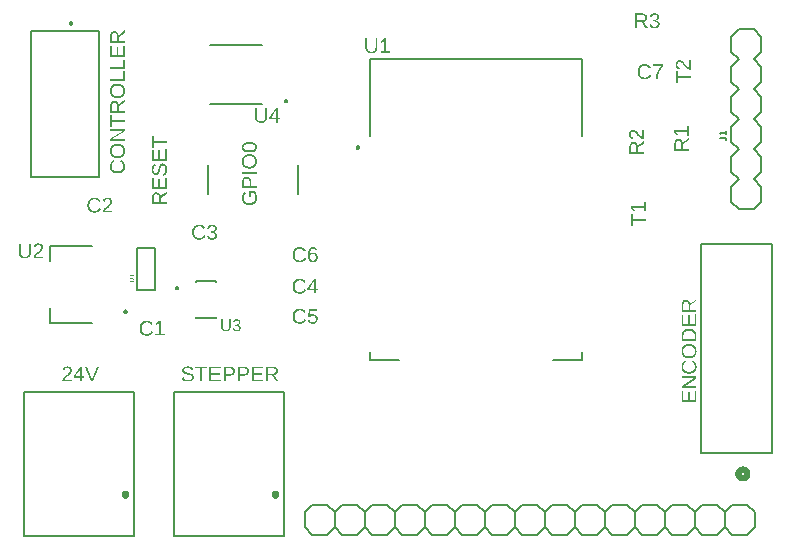
<source format=gbr>
G04 EAGLE Gerber RS-274X export*
G75*
%MOMM*%
%FSLAX34Y34*%
%LPD*%
%INSilkscreen Top*%
%IPPOS*%
%AMOC8*
5,1,8,0,0,1.08239X$1,22.5*%
G01*
%ADD10C,0.200000*%
%ADD11C,0.400000*%
%ADD12C,0.127000*%
%ADD13C,0.152400*%
%ADD14C,0.508000*%
%ADD15C,0.203200*%
G36*
X72928Y682894D02*
X74662Y682894D01*
X74662Y684138D01*
X72928Y684138D01*
X72928Y692441D01*
X71272Y692441D01*
X65623Y684120D01*
X65623Y682894D01*
X71439Y682894D01*
X71439Y680100D01*
X72928Y680100D01*
X72928Y682894D01*
G37*
G36*
X87065Y692441D02*
X85305Y692441D01*
X81907Y683752D01*
X81171Y681571D01*
X80435Y683752D01*
X77019Y692441D01*
X75259Y692441D01*
X80295Y680100D01*
X82029Y680100D01*
X87065Y692441D01*
G37*
G36*
X64316Y681440D02*
X57879Y681440D01*
X58031Y681750D01*
X58225Y682065D01*
X58460Y682387D01*
X58737Y682714D01*
X59061Y683055D01*
X59436Y683416D01*
X59862Y683797D01*
X60340Y684199D01*
X61181Y684895D01*
X61875Y685493D01*
X62421Y685994D01*
X62819Y686397D01*
X63123Y686752D01*
X63387Y687107D01*
X63611Y687462D01*
X63795Y687816D01*
X63939Y688172D01*
X64042Y688528D01*
X64103Y688885D01*
X64124Y689244D01*
X64108Y689637D01*
X64061Y690008D01*
X63983Y690355D01*
X63873Y690679D01*
X63732Y690980D01*
X63560Y691258D01*
X63356Y691513D01*
X63121Y691744D01*
X62857Y691951D01*
X62565Y692130D01*
X62247Y692281D01*
X61902Y692405D01*
X61530Y692501D01*
X61131Y692570D01*
X60705Y692611D01*
X60252Y692625D01*
X59837Y692611D01*
X59441Y692570D01*
X59065Y692502D01*
X58708Y692406D01*
X58370Y692283D01*
X58051Y692132D01*
X57752Y691954D01*
X57472Y691749D01*
X57215Y691520D01*
X56987Y691273D01*
X56788Y691007D01*
X56616Y690722D01*
X56474Y690418D01*
X56359Y690095D01*
X56273Y689753D01*
X56215Y689393D01*
X57826Y689244D01*
X57863Y689484D01*
X57917Y689711D01*
X57987Y689924D01*
X58075Y690123D01*
X58179Y690308D01*
X58300Y690480D01*
X58438Y690637D01*
X58593Y690781D01*
X58761Y690909D01*
X58941Y691021D01*
X59132Y691115D01*
X59334Y691192D01*
X59547Y691251D01*
X59771Y691294D01*
X60006Y691320D01*
X60252Y691328D01*
X60510Y691320D01*
X60753Y691293D01*
X60982Y691250D01*
X61196Y691188D01*
X61396Y691109D01*
X61581Y691013D01*
X61752Y690899D01*
X61908Y690768D01*
X62047Y690621D01*
X62168Y690459D01*
X62271Y690283D01*
X62354Y690093D01*
X62420Y689889D01*
X62466Y689671D01*
X62494Y689438D01*
X62503Y689191D01*
X62482Y688825D01*
X62417Y688478D01*
X62309Y688150D01*
X62157Y687843D01*
X61971Y687548D01*
X61758Y687260D01*
X61518Y686979D01*
X61251Y686704D01*
X60656Y686161D01*
X59994Y685618D01*
X59294Y685052D01*
X58588Y684440D01*
X58238Y684113D01*
X57895Y683768D01*
X57561Y683404D01*
X57235Y683021D01*
X56926Y682614D01*
X56641Y682177D01*
X56380Y681710D01*
X56145Y681212D01*
X56145Y680100D01*
X64316Y680100D01*
X64316Y681440D01*
G37*
%LPC*%
G36*
X67077Y684138D02*
X67217Y684313D01*
X67690Y684961D01*
X70852Y689621D01*
X71193Y690199D01*
X71439Y690663D01*
X71439Y684138D01*
X67077Y684138D01*
G37*
%LPD*%
G36*
X128027Y718658D02*
X128461Y718697D01*
X128882Y718762D01*
X129289Y718853D01*
X129682Y718970D01*
X130062Y719113D01*
X130427Y719282D01*
X130779Y719477D01*
X131114Y719697D01*
X131430Y719941D01*
X131727Y720208D01*
X132004Y720499D01*
X132262Y720815D01*
X132501Y721154D01*
X132721Y721516D01*
X132921Y721903D01*
X131554Y722586D01*
X131386Y722275D01*
X131208Y721985D01*
X131020Y721714D01*
X130821Y721463D01*
X130613Y721233D01*
X130395Y721022D01*
X130166Y720832D01*
X129927Y720661D01*
X129679Y720511D01*
X129420Y720381D01*
X129151Y720271D01*
X128873Y720180D01*
X128584Y720110D01*
X128285Y720060D01*
X127976Y720030D01*
X127657Y720020D01*
X127164Y720041D01*
X126698Y720106D01*
X126257Y720214D01*
X125843Y720365D01*
X125455Y720559D01*
X125092Y720796D01*
X124757Y721076D01*
X124447Y721399D01*
X124169Y721758D01*
X123928Y722145D01*
X123724Y722559D01*
X123557Y723001D01*
X123427Y723471D01*
X123334Y723969D01*
X123279Y724494D01*
X123260Y725047D01*
X123278Y725606D01*
X123331Y726134D01*
X123420Y726631D01*
X123545Y727098D01*
X123705Y727534D01*
X123901Y727940D01*
X124132Y728315D01*
X124399Y728660D01*
X124698Y728969D01*
X125025Y729237D01*
X125381Y729463D01*
X125765Y729649D01*
X126178Y729793D01*
X126619Y729896D01*
X127089Y729958D01*
X127587Y729978D01*
X127907Y729969D01*
X128217Y729943D01*
X128516Y729898D01*
X128803Y729836D01*
X129079Y729756D01*
X129345Y729658D01*
X129599Y729543D01*
X129842Y729409D01*
X130072Y729259D01*
X130285Y729093D01*
X130482Y728911D01*
X130662Y728713D01*
X130826Y728499D01*
X130974Y728269D01*
X131106Y728024D01*
X131222Y727762D01*
X132807Y728288D01*
X132640Y728655D01*
X132452Y728999D01*
X132242Y729320D01*
X132010Y729617D01*
X131756Y729891D01*
X131480Y730142D01*
X131182Y730370D01*
X130862Y730574D01*
X130522Y730755D01*
X130161Y730911D01*
X129779Y731044D01*
X129378Y731152D01*
X128956Y731236D01*
X128514Y731297D01*
X128052Y731333D01*
X127569Y731345D01*
X127222Y731338D01*
X126883Y731319D01*
X126555Y731286D01*
X126236Y731240D01*
X125926Y731181D01*
X125626Y731109D01*
X125336Y731025D01*
X125056Y730926D01*
X124784Y730815D01*
X124523Y730691D01*
X124271Y730554D01*
X124029Y730404D01*
X123573Y730064D01*
X123155Y729672D01*
X122781Y729234D01*
X122458Y728755D01*
X122184Y728237D01*
X122065Y727963D01*
X121959Y727679D01*
X121866Y727385D01*
X121785Y727081D01*
X121717Y726767D01*
X121661Y726443D01*
X121617Y726109D01*
X121586Y725765D01*
X121567Y725411D01*
X121561Y725047D01*
X121572Y724563D01*
X121606Y724095D01*
X121661Y723644D01*
X121739Y723209D01*
X121840Y722791D01*
X121962Y722389D01*
X122107Y722004D01*
X122275Y721636D01*
X122463Y721286D01*
X122672Y720957D01*
X122901Y720649D01*
X123151Y720362D01*
X123420Y720095D01*
X123710Y719849D01*
X124020Y719624D01*
X124350Y719420D01*
X124699Y719238D01*
X125063Y719081D01*
X125443Y718948D01*
X125838Y718839D01*
X126250Y718754D01*
X126677Y718693D01*
X127119Y718657D01*
X127578Y718645D01*
X128027Y718658D01*
G37*
G36*
X142688Y720160D02*
X139683Y720160D01*
X139683Y731161D01*
X138230Y731161D01*
X135313Y729155D01*
X135313Y727666D01*
X138098Y729654D01*
X138098Y720160D01*
X134954Y720160D01*
X134954Y718820D01*
X142688Y718820D01*
X142688Y720160D01*
G37*
G36*
X83837Y822898D02*
X84272Y822937D01*
X84693Y823002D01*
X85100Y823093D01*
X85493Y823210D01*
X85873Y823353D01*
X86238Y823522D01*
X86590Y823717D01*
X86925Y823937D01*
X87241Y824181D01*
X87538Y824448D01*
X87815Y824739D01*
X88073Y825055D01*
X88312Y825394D01*
X88531Y825756D01*
X88732Y826143D01*
X87365Y826826D01*
X87197Y826515D01*
X87019Y826225D01*
X86831Y825954D01*
X86632Y825703D01*
X86424Y825473D01*
X86205Y825262D01*
X85977Y825072D01*
X85738Y824901D01*
X85490Y824751D01*
X85231Y824621D01*
X84962Y824511D01*
X84683Y824420D01*
X84395Y824350D01*
X84096Y824300D01*
X83787Y824270D01*
X83468Y824260D01*
X82975Y824281D01*
X82508Y824346D01*
X82068Y824454D01*
X81654Y824605D01*
X81265Y824799D01*
X80903Y825036D01*
X80567Y825316D01*
X80258Y825639D01*
X79979Y825998D01*
X79738Y826385D01*
X79534Y826799D01*
X79368Y827241D01*
X79238Y827711D01*
X79145Y828209D01*
X79089Y828734D01*
X79071Y829287D01*
X79089Y829846D01*
X79142Y830374D01*
X79231Y830871D01*
X79356Y831338D01*
X79516Y831774D01*
X79711Y832180D01*
X79943Y832555D01*
X80209Y832900D01*
X80508Y833209D01*
X80836Y833477D01*
X81192Y833703D01*
X81576Y833889D01*
X81989Y834033D01*
X82430Y834136D01*
X82899Y834198D01*
X83398Y834218D01*
X83718Y834209D01*
X84028Y834183D01*
X84326Y834138D01*
X84614Y834076D01*
X84890Y833996D01*
X85156Y833898D01*
X85410Y833783D01*
X85653Y833649D01*
X85882Y833499D01*
X86095Y833333D01*
X86292Y833151D01*
X86473Y832953D01*
X86637Y832739D01*
X86785Y832509D01*
X86917Y832264D01*
X87032Y832002D01*
X88618Y832528D01*
X88451Y832895D01*
X88263Y833239D01*
X88053Y833560D01*
X87821Y833857D01*
X87567Y834131D01*
X87291Y834382D01*
X86993Y834610D01*
X86673Y834814D01*
X86333Y834995D01*
X85971Y835151D01*
X85590Y835284D01*
X85189Y835392D01*
X84767Y835476D01*
X84325Y835537D01*
X83863Y835573D01*
X83380Y835585D01*
X83032Y835578D01*
X82694Y835559D01*
X82366Y835526D01*
X82047Y835480D01*
X81737Y835421D01*
X81437Y835349D01*
X81147Y835265D01*
X80866Y835166D01*
X80595Y835055D01*
X80334Y834931D01*
X80082Y834794D01*
X79839Y834644D01*
X79383Y834304D01*
X78966Y833912D01*
X78592Y833474D01*
X78268Y832995D01*
X77994Y832477D01*
X77876Y832203D01*
X77770Y831919D01*
X77677Y831625D01*
X77596Y831321D01*
X77527Y831007D01*
X77471Y830683D01*
X77428Y830349D01*
X77397Y830005D01*
X77378Y829651D01*
X77372Y829287D01*
X77383Y828803D01*
X77416Y828335D01*
X77472Y827884D01*
X77550Y827449D01*
X77651Y827031D01*
X77773Y826629D01*
X77918Y826244D01*
X78086Y825876D01*
X78274Y825526D01*
X78483Y825197D01*
X78712Y824889D01*
X78961Y824602D01*
X79231Y824335D01*
X79521Y824089D01*
X79831Y823864D01*
X80161Y823660D01*
X80510Y823478D01*
X80874Y823321D01*
X81254Y823188D01*
X81649Y823079D01*
X82060Y822994D01*
X82488Y822933D01*
X82930Y822897D01*
X83389Y822885D01*
X83837Y822898D01*
G37*
G36*
X98472Y824400D02*
X92035Y824400D01*
X92187Y824710D01*
X92381Y825025D01*
X92616Y825347D01*
X92893Y825674D01*
X93216Y826015D01*
X93591Y826376D01*
X94018Y826757D01*
X94496Y827159D01*
X95337Y827855D01*
X96031Y828453D01*
X96576Y828954D01*
X96974Y829357D01*
X97279Y829712D01*
X97543Y830067D01*
X97767Y830422D01*
X97951Y830776D01*
X98095Y831132D01*
X98197Y831488D01*
X98259Y831845D01*
X98279Y832204D01*
X98264Y832597D01*
X98217Y832968D01*
X98138Y833315D01*
X98029Y833639D01*
X97888Y833940D01*
X97715Y834218D01*
X97512Y834473D01*
X97277Y834704D01*
X97012Y834911D01*
X96721Y835090D01*
X96403Y835241D01*
X96058Y835365D01*
X95686Y835461D01*
X95287Y835530D01*
X94861Y835571D01*
X94408Y835585D01*
X93993Y835571D01*
X93597Y835530D01*
X93221Y835462D01*
X92863Y835366D01*
X92525Y835243D01*
X92207Y835092D01*
X91907Y834914D01*
X91627Y834709D01*
X91371Y834480D01*
X91143Y834233D01*
X90944Y833967D01*
X90772Y833682D01*
X90629Y833378D01*
X90515Y833055D01*
X90428Y832713D01*
X90371Y832353D01*
X91982Y832204D01*
X92019Y832444D01*
X92073Y832671D01*
X92143Y832884D01*
X92231Y833083D01*
X92335Y833268D01*
X92456Y833440D01*
X92594Y833597D01*
X92748Y833741D01*
X92917Y833869D01*
X93097Y833981D01*
X93288Y834075D01*
X93490Y834152D01*
X93703Y834211D01*
X93927Y834254D01*
X94162Y834280D01*
X94408Y834288D01*
X94666Y834280D01*
X94909Y834253D01*
X95138Y834210D01*
X95352Y834148D01*
X95552Y834069D01*
X95737Y833973D01*
X95907Y833859D01*
X96064Y833728D01*
X96203Y833581D01*
X96324Y833419D01*
X96426Y833243D01*
X96510Y833053D01*
X96575Y832849D01*
X96622Y832631D01*
X96650Y832398D01*
X96659Y832151D01*
X96638Y831785D01*
X96573Y831438D01*
X96465Y831110D01*
X96313Y830803D01*
X96127Y830508D01*
X95914Y830220D01*
X95674Y829939D01*
X95407Y829664D01*
X94812Y829121D01*
X94150Y828578D01*
X93450Y828012D01*
X92744Y827400D01*
X92393Y827073D01*
X92051Y826728D01*
X91717Y826364D01*
X91391Y825981D01*
X91081Y825574D01*
X90796Y825137D01*
X90536Y824670D01*
X90300Y824172D01*
X90300Y823060D01*
X98472Y823060D01*
X98472Y824400D01*
G37*
G36*
X172477Y799938D02*
X172911Y799977D01*
X173332Y800042D01*
X173739Y800133D01*
X174132Y800250D01*
X174512Y800393D01*
X174877Y800562D01*
X175229Y800757D01*
X175564Y800977D01*
X175880Y801221D01*
X176177Y801488D01*
X176454Y801779D01*
X176712Y802095D01*
X176951Y802434D01*
X177171Y802796D01*
X177371Y803183D01*
X176004Y803866D01*
X175836Y803555D01*
X175658Y803265D01*
X175470Y802994D01*
X175271Y802743D01*
X175063Y802513D01*
X174845Y802302D01*
X174616Y802112D01*
X174377Y801941D01*
X174129Y801791D01*
X173870Y801661D01*
X173601Y801551D01*
X173323Y801460D01*
X173034Y801390D01*
X172735Y801340D01*
X172426Y801310D01*
X172107Y801300D01*
X171614Y801321D01*
X171148Y801386D01*
X170707Y801494D01*
X170293Y801645D01*
X169905Y801839D01*
X169542Y802076D01*
X169207Y802356D01*
X168897Y802679D01*
X168619Y803038D01*
X168378Y803425D01*
X168174Y803839D01*
X168007Y804281D01*
X167877Y804751D01*
X167784Y805249D01*
X167729Y805774D01*
X167710Y806327D01*
X167728Y806886D01*
X167781Y807414D01*
X167870Y807911D01*
X167995Y808378D01*
X168155Y808814D01*
X168351Y809220D01*
X168582Y809595D01*
X168849Y809940D01*
X169148Y810249D01*
X169475Y810517D01*
X169831Y810743D01*
X170215Y810929D01*
X170628Y811073D01*
X171069Y811176D01*
X171539Y811238D01*
X172037Y811258D01*
X172357Y811249D01*
X172667Y811223D01*
X172966Y811178D01*
X173253Y811116D01*
X173529Y811036D01*
X173795Y810938D01*
X174049Y810823D01*
X174292Y810689D01*
X174522Y810539D01*
X174735Y810373D01*
X174932Y810191D01*
X175112Y809993D01*
X175276Y809779D01*
X175424Y809549D01*
X175556Y809304D01*
X175672Y809042D01*
X177257Y809568D01*
X177090Y809935D01*
X176902Y810279D01*
X176692Y810600D01*
X176460Y810897D01*
X176206Y811171D01*
X175930Y811422D01*
X175632Y811650D01*
X175312Y811854D01*
X174972Y812035D01*
X174611Y812191D01*
X174229Y812324D01*
X173828Y812432D01*
X173406Y812516D01*
X172964Y812577D01*
X172502Y812613D01*
X172019Y812625D01*
X171672Y812618D01*
X171333Y812599D01*
X171005Y812566D01*
X170686Y812520D01*
X170376Y812461D01*
X170076Y812389D01*
X169786Y812305D01*
X169506Y812206D01*
X169234Y812095D01*
X168973Y811971D01*
X168721Y811834D01*
X168479Y811684D01*
X168023Y811344D01*
X167605Y810952D01*
X167231Y810514D01*
X166908Y810035D01*
X166634Y809517D01*
X166515Y809243D01*
X166409Y808959D01*
X166316Y808665D01*
X166235Y808361D01*
X166167Y808047D01*
X166111Y807723D01*
X166067Y807389D01*
X166036Y807045D01*
X166017Y806691D01*
X166011Y806327D01*
X166022Y805843D01*
X166056Y805375D01*
X166111Y804924D01*
X166189Y804489D01*
X166290Y804071D01*
X166412Y803669D01*
X166557Y803284D01*
X166725Y802916D01*
X166913Y802566D01*
X167122Y802237D01*
X167351Y801929D01*
X167601Y801642D01*
X167870Y801375D01*
X168160Y801129D01*
X168470Y800904D01*
X168800Y800700D01*
X169149Y800518D01*
X169513Y800361D01*
X169893Y800228D01*
X170288Y800119D01*
X170700Y800034D01*
X171127Y799973D01*
X171569Y799937D01*
X172028Y799925D01*
X172477Y799938D01*
G37*
G36*
X183528Y799940D02*
X183988Y799983D01*
X184419Y800057D01*
X184821Y800159D01*
X185194Y800291D01*
X185538Y800452D01*
X185853Y800642D01*
X186139Y800862D01*
X186394Y801108D01*
X186614Y801379D01*
X186801Y801673D01*
X186954Y801992D01*
X187072Y802335D01*
X187157Y802701D01*
X187208Y803092D01*
X187225Y803507D01*
X187213Y803796D01*
X187177Y804073D01*
X187117Y804337D01*
X187033Y804589D01*
X186924Y804828D01*
X186792Y805054D01*
X186635Y805268D01*
X186454Y805469D01*
X186252Y805654D01*
X186031Y805819D01*
X185790Y805965D01*
X185530Y806091D01*
X185252Y806197D01*
X184953Y806284D01*
X184636Y806350D01*
X184300Y806397D01*
X184300Y806432D01*
X184606Y806506D01*
X184893Y806594D01*
X185161Y806697D01*
X185411Y806815D01*
X185642Y806947D01*
X185854Y807095D01*
X186048Y807258D01*
X186222Y807435D01*
X186377Y807627D01*
X186512Y807833D01*
X186625Y808053D01*
X186718Y808286D01*
X186791Y808533D01*
X186842Y808794D01*
X186873Y809069D01*
X186884Y809358D01*
X186868Y809733D01*
X186819Y810086D01*
X186739Y810418D01*
X186626Y810730D01*
X186482Y811020D01*
X186305Y811288D01*
X186096Y811536D01*
X185855Y811762D01*
X185584Y811964D01*
X185288Y812139D01*
X184966Y812288D01*
X184618Y812409D01*
X184245Y812503D01*
X183845Y812571D01*
X183420Y812611D01*
X182969Y812625D01*
X182553Y812611D01*
X182158Y812572D01*
X181781Y812505D01*
X181424Y812412D01*
X181086Y812293D01*
X180767Y812147D01*
X180468Y811974D01*
X180188Y811775D01*
X179931Y811552D01*
X179704Y811309D01*
X179504Y811044D01*
X179333Y810759D01*
X179190Y810453D01*
X179075Y810126D01*
X178989Y809779D01*
X178931Y809410D01*
X180516Y809288D01*
X180551Y809524D01*
X180602Y809746D01*
X180671Y809955D01*
X180756Y810150D01*
X180858Y810332D01*
X180977Y810500D01*
X181113Y810654D01*
X181265Y810794D01*
X181432Y810919D01*
X181612Y811028D01*
X181804Y811120D01*
X182008Y811195D01*
X182225Y811253D01*
X182455Y811295D01*
X182697Y811320D01*
X182951Y811328D01*
X183229Y811319D01*
X183489Y811293D01*
X183732Y811248D01*
X183957Y811185D01*
X184165Y811104D01*
X184354Y811006D01*
X184526Y810889D01*
X184681Y810755D01*
X184817Y810605D01*
X184936Y810442D01*
X185036Y810266D01*
X185118Y810077D01*
X185181Y809875D01*
X185227Y809660D01*
X185254Y809432D01*
X185263Y809191D01*
X185252Y808949D01*
X185219Y808719D01*
X185163Y808503D01*
X185085Y808301D01*
X184984Y808113D01*
X184862Y807938D01*
X184717Y807776D01*
X184549Y807628D01*
X184362Y807496D01*
X184156Y807381D01*
X183932Y807284D01*
X183690Y807204D01*
X183430Y807142D01*
X183151Y807098D01*
X182854Y807072D01*
X182539Y807063D01*
X181681Y807063D01*
X181681Y805697D01*
X182574Y805697D01*
X182929Y805688D01*
X183263Y805661D01*
X183575Y805617D01*
X183865Y805555D01*
X184134Y805476D01*
X184382Y805379D01*
X184608Y805264D01*
X184812Y805132D01*
X184994Y804984D01*
X185151Y804822D01*
X185285Y804646D01*
X185394Y804456D01*
X185478Y804253D01*
X185539Y804036D01*
X185575Y803805D01*
X185587Y803560D01*
X185577Y803279D01*
X185545Y803017D01*
X185492Y802773D01*
X185418Y802546D01*
X185322Y802337D01*
X185206Y802146D01*
X185068Y801972D01*
X184909Y801817D01*
X184731Y801679D01*
X184537Y801560D01*
X184327Y801459D01*
X184102Y801377D01*
X183860Y801312D01*
X183602Y801267D01*
X183328Y801239D01*
X183039Y801230D01*
X182750Y801238D01*
X182477Y801264D01*
X182221Y801307D01*
X181980Y801367D01*
X181756Y801444D01*
X181548Y801538D01*
X181356Y801649D01*
X181180Y801777D01*
X181020Y801923D01*
X180876Y802085D01*
X180748Y802265D01*
X180636Y802462D01*
X180540Y802675D01*
X180461Y802906D01*
X180397Y803154D01*
X180350Y803419D01*
X178721Y803271D01*
X178787Y802869D01*
X178882Y802494D01*
X179006Y802143D01*
X179157Y801818D01*
X179338Y801518D01*
X179546Y801243D01*
X179783Y800994D01*
X180048Y800770D01*
X180339Y800572D01*
X180653Y800400D01*
X180992Y800255D01*
X181354Y800136D01*
X181739Y800044D01*
X182149Y799978D01*
X182582Y799938D01*
X183039Y799925D01*
X183528Y799940D01*
G37*
G36*
X270844Y757174D02*
X272578Y757174D01*
X272578Y758418D01*
X270844Y758418D01*
X270844Y766721D01*
X269188Y766721D01*
X263539Y758400D01*
X263539Y757174D01*
X269355Y757174D01*
X269355Y754380D01*
X270844Y754380D01*
X270844Y757174D01*
G37*
G36*
X257567Y754218D02*
X258001Y754257D01*
X258422Y754322D01*
X258829Y754413D01*
X259222Y754530D01*
X259602Y754673D01*
X259967Y754842D01*
X260319Y755037D01*
X260654Y755257D01*
X260970Y755501D01*
X261267Y755768D01*
X261544Y756059D01*
X261802Y756375D01*
X262041Y756714D01*
X262261Y757076D01*
X262461Y757463D01*
X261094Y758146D01*
X260926Y757835D01*
X260748Y757545D01*
X260560Y757274D01*
X260361Y757023D01*
X260153Y756793D01*
X259935Y756582D01*
X259706Y756392D01*
X259467Y756221D01*
X259219Y756071D01*
X258960Y755941D01*
X258691Y755831D01*
X258413Y755740D01*
X258124Y755670D01*
X257825Y755620D01*
X257516Y755590D01*
X257197Y755580D01*
X256704Y755601D01*
X256238Y755666D01*
X255797Y755774D01*
X255383Y755925D01*
X254995Y756119D01*
X254632Y756356D01*
X254297Y756636D01*
X253987Y756959D01*
X253709Y757318D01*
X253468Y757705D01*
X253264Y758119D01*
X253097Y758561D01*
X252967Y759031D01*
X252874Y759529D01*
X252819Y760054D01*
X252800Y760607D01*
X252818Y761166D01*
X252871Y761694D01*
X252960Y762191D01*
X253085Y762658D01*
X253245Y763094D01*
X253441Y763500D01*
X253672Y763875D01*
X253939Y764220D01*
X254238Y764529D01*
X254565Y764797D01*
X254921Y765023D01*
X255305Y765209D01*
X255718Y765353D01*
X256159Y765456D01*
X256629Y765518D01*
X257127Y765538D01*
X257447Y765529D01*
X257757Y765503D01*
X258056Y765458D01*
X258343Y765396D01*
X258619Y765316D01*
X258885Y765218D01*
X259139Y765103D01*
X259382Y764969D01*
X259612Y764819D01*
X259825Y764653D01*
X260022Y764471D01*
X260202Y764273D01*
X260366Y764059D01*
X260514Y763829D01*
X260646Y763584D01*
X260762Y763322D01*
X262347Y763848D01*
X262180Y764215D01*
X261992Y764559D01*
X261782Y764880D01*
X261550Y765177D01*
X261296Y765451D01*
X261020Y765702D01*
X260722Y765930D01*
X260402Y766134D01*
X260062Y766315D01*
X259701Y766471D01*
X259319Y766604D01*
X258918Y766712D01*
X258496Y766796D01*
X258054Y766857D01*
X257592Y766893D01*
X257109Y766905D01*
X256762Y766898D01*
X256423Y766879D01*
X256095Y766846D01*
X255776Y766800D01*
X255466Y766741D01*
X255166Y766669D01*
X254876Y766585D01*
X254596Y766486D01*
X254324Y766375D01*
X254063Y766251D01*
X253811Y766114D01*
X253569Y765964D01*
X253113Y765624D01*
X252695Y765232D01*
X252321Y764794D01*
X251998Y764315D01*
X251724Y763797D01*
X251605Y763523D01*
X251499Y763239D01*
X251406Y762945D01*
X251325Y762641D01*
X251257Y762327D01*
X251201Y762003D01*
X251157Y761669D01*
X251126Y761325D01*
X251107Y760971D01*
X251101Y760607D01*
X251112Y760123D01*
X251146Y759655D01*
X251201Y759204D01*
X251279Y758769D01*
X251380Y758351D01*
X251502Y757949D01*
X251647Y757564D01*
X251815Y757196D01*
X252003Y756846D01*
X252212Y756517D01*
X252441Y756209D01*
X252691Y755922D01*
X252960Y755655D01*
X253250Y755409D01*
X253560Y755184D01*
X253890Y754980D01*
X254239Y754798D01*
X254603Y754641D01*
X254983Y754508D01*
X255378Y754399D01*
X255790Y754314D01*
X256217Y754253D01*
X256659Y754217D01*
X257118Y754205D01*
X257567Y754218D01*
G37*
%LPC*%
G36*
X264993Y758418D02*
X265133Y758593D01*
X265606Y759241D01*
X268768Y763901D01*
X269110Y764479D01*
X269355Y764943D01*
X269355Y758418D01*
X264993Y758418D01*
G37*
%LPD*%
G36*
X257567Y728818D02*
X258001Y728857D01*
X258422Y728922D01*
X258829Y729013D01*
X259222Y729130D01*
X259602Y729273D01*
X259967Y729442D01*
X260319Y729637D01*
X260654Y729857D01*
X260970Y730101D01*
X261267Y730368D01*
X261544Y730659D01*
X261802Y730975D01*
X262041Y731314D01*
X262261Y731676D01*
X262461Y732063D01*
X261094Y732746D01*
X260926Y732435D01*
X260748Y732145D01*
X260560Y731874D01*
X260361Y731623D01*
X260153Y731393D01*
X259935Y731182D01*
X259706Y730992D01*
X259467Y730821D01*
X259219Y730671D01*
X258960Y730541D01*
X258691Y730431D01*
X258413Y730340D01*
X258124Y730270D01*
X257825Y730220D01*
X257516Y730190D01*
X257197Y730180D01*
X256704Y730201D01*
X256238Y730266D01*
X255797Y730374D01*
X255383Y730525D01*
X254995Y730719D01*
X254632Y730956D01*
X254297Y731236D01*
X253987Y731559D01*
X253709Y731918D01*
X253468Y732305D01*
X253264Y732719D01*
X253097Y733161D01*
X252967Y733631D01*
X252874Y734129D01*
X252819Y734654D01*
X252800Y735207D01*
X252818Y735766D01*
X252871Y736294D01*
X252960Y736791D01*
X253085Y737258D01*
X253245Y737694D01*
X253441Y738100D01*
X253672Y738475D01*
X253939Y738820D01*
X254238Y739129D01*
X254565Y739397D01*
X254921Y739623D01*
X255305Y739809D01*
X255718Y739953D01*
X256159Y740056D01*
X256629Y740118D01*
X257127Y740138D01*
X257447Y740129D01*
X257757Y740103D01*
X258056Y740058D01*
X258343Y739996D01*
X258619Y739916D01*
X258885Y739818D01*
X259139Y739703D01*
X259382Y739569D01*
X259612Y739419D01*
X259825Y739253D01*
X260022Y739071D01*
X260202Y738873D01*
X260366Y738659D01*
X260514Y738429D01*
X260646Y738184D01*
X260762Y737922D01*
X262347Y738448D01*
X262180Y738815D01*
X261992Y739159D01*
X261782Y739480D01*
X261550Y739777D01*
X261296Y740051D01*
X261020Y740302D01*
X260722Y740530D01*
X260402Y740734D01*
X260062Y740915D01*
X259701Y741071D01*
X259319Y741204D01*
X258918Y741312D01*
X258496Y741396D01*
X258054Y741457D01*
X257592Y741493D01*
X257109Y741505D01*
X256762Y741498D01*
X256423Y741479D01*
X256095Y741446D01*
X255776Y741400D01*
X255466Y741341D01*
X255166Y741269D01*
X254876Y741185D01*
X254596Y741086D01*
X254324Y740975D01*
X254063Y740851D01*
X253811Y740714D01*
X253569Y740564D01*
X253113Y740224D01*
X252695Y739832D01*
X252321Y739394D01*
X251998Y738915D01*
X251724Y738397D01*
X251605Y738123D01*
X251499Y737839D01*
X251406Y737545D01*
X251325Y737241D01*
X251257Y736927D01*
X251201Y736603D01*
X251157Y736269D01*
X251126Y735925D01*
X251107Y735571D01*
X251101Y735207D01*
X251112Y734723D01*
X251146Y734255D01*
X251201Y733804D01*
X251279Y733369D01*
X251380Y732951D01*
X251502Y732549D01*
X251647Y732164D01*
X251815Y731796D01*
X252003Y731446D01*
X252212Y731117D01*
X252441Y730809D01*
X252691Y730522D01*
X252960Y730255D01*
X253250Y730009D01*
X253560Y729784D01*
X253890Y729580D01*
X254239Y729398D01*
X254603Y729241D01*
X254983Y729108D01*
X255378Y728999D01*
X255790Y728914D01*
X256217Y728853D01*
X256659Y728817D01*
X257118Y728805D01*
X257567Y728818D01*
G37*
G36*
X268472Y728822D02*
X268944Y728875D01*
X269388Y728963D01*
X269805Y729085D01*
X270193Y729243D01*
X270553Y729435D01*
X270886Y729663D01*
X271190Y729926D01*
X271462Y730219D01*
X271697Y730538D01*
X271897Y730884D01*
X272060Y731255D01*
X272187Y731652D01*
X272278Y732076D01*
X272332Y732525D01*
X272350Y733000D01*
X272333Y733419D01*
X272283Y733818D01*
X272198Y734197D01*
X272080Y734555D01*
X271928Y734893D01*
X271742Y735211D01*
X271522Y735508D01*
X271269Y735785D01*
X270987Y736036D01*
X270681Y736253D01*
X270353Y736437D01*
X270002Y736587D01*
X269627Y736704D01*
X269230Y736787D01*
X268809Y736837D01*
X268365Y736854D01*
X267992Y736842D01*
X267634Y736805D01*
X267292Y736743D01*
X266966Y736657D01*
X266655Y736546D01*
X266360Y736411D01*
X266080Y736250D01*
X265816Y736066D01*
X266053Y739981D01*
X271632Y739981D01*
X271632Y741321D01*
X264616Y741321D01*
X264205Y734682D01*
X265746Y734682D01*
X266022Y734905D01*
X266298Y735093D01*
X266574Y735247D01*
X266850Y735365D01*
X267131Y735453D01*
X267424Y735516D01*
X267727Y735554D01*
X268041Y735566D01*
X268340Y735555D01*
X268623Y735522D01*
X268890Y735465D01*
X269141Y735387D01*
X269377Y735286D01*
X269597Y735162D01*
X269801Y735017D01*
X269990Y734848D01*
X270159Y734662D01*
X270306Y734461D01*
X270430Y734247D01*
X270532Y734018D01*
X270611Y733776D01*
X270667Y733520D01*
X270701Y733249D01*
X270712Y732965D01*
X270701Y732639D01*
X270668Y732331D01*
X270611Y732041D01*
X270533Y731769D01*
X270432Y731514D01*
X270308Y731278D01*
X270163Y731059D01*
X269994Y730859D01*
X269806Y730679D01*
X269601Y730523D01*
X269378Y730392D01*
X269138Y730284D01*
X268881Y730200D01*
X268607Y730140D01*
X268315Y730104D01*
X268006Y730092D01*
X267754Y730099D01*
X267514Y730121D01*
X267286Y730157D01*
X267070Y730207D01*
X266867Y730271D01*
X266676Y730350D01*
X266497Y730443D01*
X266331Y730550D01*
X266177Y730672D01*
X266035Y730807D01*
X265905Y730958D01*
X265787Y731122D01*
X265682Y731301D01*
X265589Y731494D01*
X265508Y731701D01*
X265440Y731923D01*
X263846Y731739D01*
X263928Y731393D01*
X264035Y731067D01*
X264166Y730763D01*
X264321Y730480D01*
X264501Y730218D01*
X264705Y729977D01*
X264933Y729757D01*
X265186Y729558D01*
X265461Y729382D01*
X265757Y729229D01*
X266074Y729099D01*
X266412Y728993D01*
X266771Y728911D01*
X267150Y728852D01*
X267550Y728817D01*
X267971Y728805D01*
X268472Y728822D01*
G37*
G36*
X268784Y780893D02*
X269212Y780945D01*
X269616Y781034D01*
X269994Y781157D01*
X270347Y781316D01*
X270675Y781510D01*
X270978Y781740D01*
X271255Y782005D01*
X271504Y782300D01*
X271719Y782621D01*
X271901Y782968D01*
X272050Y783340D01*
X272166Y783739D01*
X272249Y784163D01*
X272299Y784612D01*
X272315Y785088D01*
X272300Y785527D01*
X272253Y785944D01*
X272174Y786337D01*
X272065Y786708D01*
X271923Y787056D01*
X271751Y787380D01*
X271547Y787682D01*
X271312Y787960D01*
X271051Y788211D01*
X270767Y788428D01*
X270461Y788612D01*
X270133Y788762D01*
X269783Y788879D01*
X269411Y788962D01*
X269018Y789012D01*
X268602Y789029D01*
X268353Y789023D01*
X268112Y789003D01*
X267878Y788971D01*
X267651Y788925D01*
X267219Y788795D01*
X266815Y788613D01*
X266447Y788381D01*
X266123Y788102D01*
X265843Y787775D01*
X265606Y787400D01*
X265618Y787978D01*
X265652Y788521D01*
X265710Y789028D01*
X265791Y789501D01*
X265895Y789938D01*
X266022Y790340D01*
X266173Y790707D01*
X266346Y791039D01*
X266541Y791334D01*
X266754Y791589D01*
X266987Y791805D01*
X267239Y791982D01*
X267509Y792119D01*
X267799Y792217D01*
X268107Y792276D01*
X268435Y792296D01*
X268810Y792272D01*
X269150Y792202D01*
X269456Y792084D01*
X269727Y791919D01*
X269964Y791708D01*
X270166Y791449D01*
X270334Y791143D01*
X270467Y790790D01*
X271974Y791061D01*
X271875Y791365D01*
X271760Y791650D01*
X271628Y791915D01*
X271481Y792161D01*
X271317Y792387D01*
X271138Y792593D01*
X270942Y792779D01*
X270730Y792946D01*
X270502Y793094D01*
X270258Y793221D01*
X269997Y793329D01*
X269720Y793418D01*
X269428Y793486D01*
X269119Y793535D01*
X268794Y793565D01*
X268453Y793575D01*
X268192Y793568D01*
X267938Y793548D01*
X267692Y793514D01*
X267454Y793467D01*
X267223Y793407D01*
X267000Y793333D01*
X266576Y793146D01*
X266183Y792904D01*
X265820Y792609D01*
X265488Y792260D01*
X265186Y791858D01*
X264917Y791406D01*
X264684Y790907D01*
X264487Y790361D01*
X264325Y789769D01*
X264200Y789131D01*
X264110Y788445D01*
X264056Y787714D01*
X264038Y786936D01*
X264056Y786218D01*
X264107Y785544D01*
X264194Y784914D01*
X264314Y784328D01*
X264469Y783786D01*
X264659Y783288D01*
X264883Y782835D01*
X265142Y782425D01*
X265433Y782062D01*
X265755Y781747D01*
X266108Y781480D01*
X266491Y781262D01*
X266905Y781093D01*
X267349Y780972D01*
X267824Y780899D01*
X268073Y780881D01*
X268330Y780875D01*
X268784Y780893D01*
G37*
G36*
X257567Y780888D02*
X258001Y780927D01*
X258422Y780992D01*
X258829Y781083D01*
X259222Y781200D01*
X259602Y781343D01*
X259967Y781512D01*
X260319Y781707D01*
X260654Y781927D01*
X260970Y782171D01*
X261267Y782438D01*
X261544Y782729D01*
X261802Y783045D01*
X262041Y783384D01*
X262261Y783746D01*
X262461Y784133D01*
X261094Y784816D01*
X260926Y784505D01*
X260748Y784215D01*
X260560Y783944D01*
X260361Y783693D01*
X260153Y783463D01*
X259935Y783252D01*
X259706Y783062D01*
X259467Y782891D01*
X259219Y782741D01*
X258960Y782611D01*
X258691Y782501D01*
X258413Y782410D01*
X258124Y782340D01*
X257825Y782290D01*
X257516Y782260D01*
X257197Y782250D01*
X256704Y782271D01*
X256238Y782336D01*
X255797Y782444D01*
X255383Y782595D01*
X254995Y782789D01*
X254632Y783026D01*
X254297Y783306D01*
X253987Y783629D01*
X253709Y783988D01*
X253468Y784375D01*
X253264Y784789D01*
X253097Y785231D01*
X252967Y785701D01*
X252874Y786199D01*
X252819Y786724D01*
X252800Y787277D01*
X252818Y787836D01*
X252871Y788364D01*
X252960Y788861D01*
X253085Y789328D01*
X253245Y789764D01*
X253441Y790170D01*
X253672Y790545D01*
X253939Y790890D01*
X254238Y791199D01*
X254565Y791467D01*
X254921Y791693D01*
X255305Y791879D01*
X255718Y792023D01*
X256159Y792126D01*
X256629Y792188D01*
X257127Y792208D01*
X257447Y792199D01*
X257757Y792173D01*
X258056Y792128D01*
X258343Y792066D01*
X258619Y791986D01*
X258885Y791888D01*
X259139Y791773D01*
X259382Y791639D01*
X259612Y791489D01*
X259825Y791323D01*
X260022Y791141D01*
X260202Y790943D01*
X260366Y790729D01*
X260514Y790499D01*
X260646Y790254D01*
X260762Y789992D01*
X262347Y790518D01*
X262180Y790885D01*
X261992Y791229D01*
X261782Y791550D01*
X261550Y791847D01*
X261296Y792121D01*
X261020Y792372D01*
X260722Y792600D01*
X260402Y792804D01*
X260062Y792985D01*
X259701Y793141D01*
X259319Y793274D01*
X258918Y793382D01*
X258496Y793466D01*
X258054Y793527D01*
X257592Y793563D01*
X257109Y793575D01*
X256762Y793568D01*
X256423Y793549D01*
X256095Y793516D01*
X255776Y793470D01*
X255466Y793411D01*
X255166Y793339D01*
X254876Y793255D01*
X254596Y793156D01*
X254324Y793045D01*
X254063Y792921D01*
X253811Y792784D01*
X253569Y792634D01*
X253113Y792294D01*
X252695Y791902D01*
X252321Y791464D01*
X251998Y790985D01*
X251724Y790467D01*
X251605Y790193D01*
X251499Y789909D01*
X251406Y789615D01*
X251325Y789311D01*
X251257Y788997D01*
X251201Y788673D01*
X251157Y788339D01*
X251126Y787995D01*
X251107Y787641D01*
X251101Y787277D01*
X251112Y786793D01*
X251146Y786325D01*
X251201Y785874D01*
X251279Y785439D01*
X251380Y785021D01*
X251502Y784619D01*
X251647Y784234D01*
X251815Y783866D01*
X252003Y783516D01*
X252212Y783187D01*
X252441Y782879D01*
X252691Y782592D01*
X252960Y782325D01*
X253250Y782079D01*
X253560Y781854D01*
X253890Y781650D01*
X254239Y781468D01*
X254603Y781311D01*
X254983Y781178D01*
X255378Y781069D01*
X255790Y780984D01*
X256217Y780923D01*
X256659Y780887D01*
X257118Y780875D01*
X257567Y780888D01*
G37*
%LPC*%
G36*
X268008Y782159D02*
X267751Y782202D01*
X267506Y782273D01*
X267274Y782373D01*
X267054Y782501D01*
X266846Y782657D01*
X266651Y782842D01*
X266469Y783056D01*
X266304Y783292D01*
X266160Y783543D01*
X266039Y783812D01*
X265940Y784096D01*
X265863Y784396D01*
X265808Y784713D01*
X265775Y785045D01*
X265764Y785394D01*
X265774Y785669D01*
X265806Y785929D01*
X265859Y786173D01*
X265934Y786403D01*
X266029Y786617D01*
X266146Y786816D01*
X266284Y786999D01*
X266443Y787168D01*
X266619Y787319D01*
X266809Y787449D01*
X267011Y787560D01*
X267228Y787651D01*
X267457Y787721D01*
X267700Y787771D01*
X267956Y787802D01*
X268225Y787812D01*
X268510Y787800D01*
X268779Y787766D01*
X269033Y787709D01*
X269269Y787630D01*
X269490Y787528D01*
X269695Y787403D01*
X269883Y787255D01*
X270056Y787085D01*
X270209Y786893D01*
X270343Y786683D01*
X270456Y786453D01*
X270548Y786204D01*
X270620Y785936D01*
X270671Y785649D01*
X270702Y785343D01*
X270712Y785018D01*
X270702Y784692D01*
X270672Y784383D01*
X270621Y784093D01*
X270550Y783821D01*
X270459Y783567D01*
X270348Y783330D01*
X270216Y783112D01*
X270064Y782911D01*
X269895Y782732D01*
X269710Y782576D01*
X269509Y782444D01*
X269294Y782336D01*
X269063Y782253D01*
X268816Y782193D01*
X268555Y782157D01*
X268278Y782145D01*
X268008Y782159D01*
G37*
%LPD*%
G36*
X549667Y935828D02*
X550101Y935867D01*
X550522Y935932D01*
X550929Y936023D01*
X551322Y936140D01*
X551702Y936283D01*
X552067Y936452D01*
X552419Y936647D01*
X552754Y936867D01*
X553070Y937111D01*
X553367Y937378D01*
X553644Y937669D01*
X553902Y937985D01*
X554141Y938324D01*
X554361Y938686D01*
X554561Y939073D01*
X553194Y939756D01*
X553026Y939445D01*
X552848Y939155D01*
X552660Y938884D01*
X552461Y938633D01*
X552253Y938403D01*
X552035Y938192D01*
X551806Y938002D01*
X551567Y937831D01*
X551319Y937681D01*
X551060Y937551D01*
X550791Y937441D01*
X550513Y937350D01*
X550224Y937280D01*
X549925Y937230D01*
X549616Y937200D01*
X549297Y937190D01*
X548804Y937211D01*
X548338Y937276D01*
X547897Y937384D01*
X547483Y937535D01*
X547095Y937729D01*
X546732Y937966D01*
X546397Y938246D01*
X546087Y938569D01*
X545809Y938928D01*
X545568Y939315D01*
X545364Y939729D01*
X545197Y940171D01*
X545067Y940641D01*
X544974Y941139D01*
X544919Y941664D01*
X544900Y942217D01*
X544918Y942776D01*
X544971Y943304D01*
X545060Y943801D01*
X545185Y944268D01*
X545345Y944704D01*
X545541Y945110D01*
X545772Y945485D01*
X546039Y945830D01*
X546338Y946139D01*
X546665Y946407D01*
X547021Y946633D01*
X547405Y946819D01*
X547818Y946963D01*
X548259Y947066D01*
X548729Y947128D01*
X549227Y947148D01*
X549547Y947139D01*
X549857Y947113D01*
X550156Y947068D01*
X550443Y947006D01*
X550719Y946926D01*
X550985Y946828D01*
X551239Y946713D01*
X551482Y946579D01*
X551712Y946429D01*
X551925Y946263D01*
X552122Y946081D01*
X552302Y945883D01*
X552466Y945669D01*
X552614Y945439D01*
X552746Y945194D01*
X552862Y944932D01*
X554447Y945458D01*
X554280Y945825D01*
X554092Y946169D01*
X553882Y946490D01*
X553650Y946787D01*
X553396Y947061D01*
X553120Y947312D01*
X552822Y947540D01*
X552502Y947744D01*
X552162Y947925D01*
X551801Y948081D01*
X551419Y948214D01*
X551018Y948322D01*
X550596Y948406D01*
X550154Y948467D01*
X549692Y948503D01*
X549209Y948515D01*
X548862Y948508D01*
X548523Y948489D01*
X548195Y948456D01*
X547876Y948410D01*
X547566Y948351D01*
X547266Y948279D01*
X546976Y948195D01*
X546696Y948096D01*
X546424Y947985D01*
X546163Y947861D01*
X545911Y947724D01*
X545669Y947574D01*
X545213Y947234D01*
X544795Y946842D01*
X544421Y946404D01*
X544098Y945925D01*
X543824Y945407D01*
X543705Y945133D01*
X543599Y944849D01*
X543506Y944555D01*
X543425Y944251D01*
X543357Y943937D01*
X543301Y943613D01*
X543257Y943279D01*
X543226Y942935D01*
X543207Y942581D01*
X543201Y942217D01*
X543212Y941733D01*
X543246Y941265D01*
X543301Y940814D01*
X543379Y940379D01*
X543480Y939961D01*
X543602Y939559D01*
X543747Y939174D01*
X543915Y938806D01*
X544103Y938456D01*
X544312Y938127D01*
X544541Y937819D01*
X544791Y937532D01*
X545060Y937265D01*
X545350Y937019D01*
X545660Y936794D01*
X545990Y936590D01*
X546339Y936408D01*
X546703Y936251D01*
X547083Y936118D01*
X547478Y936009D01*
X547890Y935924D01*
X548317Y935863D01*
X548759Y935827D01*
X549218Y935815D01*
X549667Y935828D01*
G37*
G36*
X560077Y936415D02*
X560095Y936837D01*
X560168Y937669D01*
X560290Y938488D01*
X560461Y939292D01*
X560680Y940092D01*
X560948Y940897D01*
X561265Y941708D01*
X561630Y942524D01*
X562089Y943421D01*
X562688Y944475D01*
X563425Y945685D01*
X564301Y947052D01*
X564301Y948331D01*
X556147Y948331D01*
X556147Y946991D01*
X562777Y946991D01*
X562212Y946151D01*
X561688Y945337D01*
X561206Y944547D01*
X560766Y943782D01*
X560368Y943042D01*
X560013Y942326D01*
X559699Y941635D01*
X559427Y940969D01*
X559192Y940320D01*
X558988Y939678D01*
X558816Y939044D01*
X558675Y938417D01*
X558565Y937799D01*
X558487Y937188D01*
X558440Y936585D01*
X558424Y935990D01*
X560071Y935990D01*
X560077Y936415D01*
G37*
G36*
X103304Y868958D02*
X103768Y868992D01*
X104217Y869049D01*
X104650Y869128D01*
X105069Y869231D01*
X105472Y869356D01*
X105860Y869504D01*
X106233Y869675D01*
X106588Y869867D01*
X106920Y870080D01*
X107232Y870313D01*
X107522Y870566D01*
X107790Y870840D01*
X108037Y871135D01*
X108262Y871449D01*
X108466Y871785D01*
X108647Y872138D01*
X108804Y872508D01*
X108937Y872894D01*
X109045Y873297D01*
X109129Y873716D01*
X109190Y874151D01*
X109226Y874603D01*
X109238Y875070D01*
X109226Y875534D01*
X109189Y875982D01*
X109128Y876415D01*
X109043Y876832D01*
X108933Y877233D01*
X108799Y877619D01*
X108640Y877989D01*
X108457Y878343D01*
X108251Y878680D01*
X108025Y878996D01*
X107777Y879292D01*
X107507Y879568D01*
X107217Y879824D01*
X106906Y880060D01*
X106573Y880275D01*
X106220Y880471D01*
X105848Y880644D01*
X105462Y880795D01*
X105060Y880922D01*
X104643Y881027D01*
X104211Y881108D01*
X103764Y881166D01*
X103302Y881201D01*
X102824Y881212D01*
X102346Y881201D01*
X101883Y881166D01*
X101436Y881109D01*
X101006Y881029D01*
X100592Y880926D01*
X100194Y880800D01*
X99812Y880651D01*
X99447Y880479D01*
X99100Y880286D01*
X98774Y880072D01*
X98470Y879838D01*
X98186Y879583D01*
X97924Y879308D01*
X97684Y879013D01*
X97464Y878697D01*
X97266Y878361D01*
X97090Y878006D01*
X96938Y877636D01*
X96809Y877251D01*
X96704Y876849D01*
X96622Y876432D01*
X96563Y876000D01*
X96528Y875552D01*
X96516Y875088D01*
X96523Y874731D01*
X96542Y874384D01*
X96575Y874047D01*
X96621Y873720D01*
X96679Y873403D01*
X96751Y873095D01*
X96836Y872798D01*
X96934Y872511D01*
X97045Y872233D01*
X97169Y871966D01*
X97306Y871708D01*
X97456Y871461D01*
X97619Y871223D01*
X97796Y870995D01*
X98187Y870569D01*
X98626Y870189D01*
X99104Y869859D01*
X99359Y869714D01*
X99623Y869580D01*
X99898Y869460D01*
X100182Y869352D01*
X100477Y869257D01*
X100782Y869175D01*
X101097Y869105D01*
X101423Y869048D01*
X101758Y869003D01*
X102103Y868972D01*
X102459Y868953D01*
X102824Y868946D01*
X103304Y868958D01*
G37*
G36*
X103304Y919864D02*
X103768Y919898D01*
X104217Y919955D01*
X104650Y920035D01*
X105069Y920137D01*
X105472Y920262D01*
X105860Y920410D01*
X106233Y920581D01*
X106588Y920773D01*
X106920Y920986D01*
X107232Y921219D01*
X107522Y921472D01*
X107790Y921746D01*
X108037Y922041D01*
X108262Y922356D01*
X108466Y922691D01*
X108647Y923045D01*
X108804Y923414D01*
X108937Y923801D01*
X109045Y924203D01*
X109129Y924622D01*
X109190Y925057D01*
X109226Y925509D01*
X109238Y925977D01*
X109226Y926440D01*
X109189Y926889D01*
X109128Y927321D01*
X109043Y927738D01*
X108933Y928139D01*
X108799Y928525D01*
X108640Y928895D01*
X108457Y929249D01*
X108251Y929586D01*
X108025Y929902D01*
X107777Y930198D01*
X107507Y930474D01*
X107217Y930730D01*
X106906Y930966D01*
X106573Y931182D01*
X106220Y931377D01*
X105848Y931551D01*
X105462Y931701D01*
X105060Y931829D01*
X104643Y931933D01*
X104211Y932014D01*
X103764Y932072D01*
X103302Y932107D01*
X102824Y932118D01*
X102346Y932107D01*
X101883Y932073D01*
X101436Y932015D01*
X101006Y931935D01*
X100592Y931832D01*
X100194Y931706D01*
X99812Y931557D01*
X99447Y931386D01*
X99100Y931192D01*
X98774Y930979D01*
X98470Y930744D01*
X98186Y930490D01*
X97924Y930215D01*
X97684Y929919D01*
X97464Y929603D01*
X97266Y929267D01*
X97090Y928912D01*
X96938Y928542D01*
X96809Y928157D01*
X96704Y927756D01*
X96622Y927339D01*
X96563Y926906D01*
X96528Y926458D01*
X96516Y925994D01*
X96523Y925637D01*
X96542Y925290D01*
X96575Y924953D01*
X96621Y924626D01*
X96679Y924309D01*
X96751Y924002D01*
X96836Y923704D01*
X96934Y923417D01*
X97045Y923139D01*
X97169Y922872D01*
X97306Y922614D01*
X97456Y922367D01*
X97619Y922129D01*
X97796Y921901D01*
X98187Y921476D01*
X98626Y921095D01*
X99104Y920766D01*
X99359Y920620D01*
X99623Y920487D01*
X99898Y920366D01*
X100182Y920258D01*
X100477Y920163D01*
X100782Y920081D01*
X101097Y920011D01*
X101423Y919954D01*
X101758Y919910D01*
X102103Y919878D01*
X102459Y919859D01*
X102824Y919853D01*
X103304Y919864D01*
G37*
G36*
X109063Y909151D02*
X103930Y909151D01*
X103930Y913003D01*
X109063Y916214D01*
X109063Y918144D01*
X106004Y916129D01*
X103737Y914635D01*
X103665Y914979D01*
X103571Y915303D01*
X103455Y915609D01*
X103318Y915895D01*
X103225Y916051D01*
X103159Y916162D01*
X102979Y916411D01*
X102776Y916640D01*
X102552Y916850D01*
X102311Y917038D01*
X102056Y917202D01*
X101787Y917340D01*
X101504Y917452D01*
X101208Y917540D01*
X100898Y917603D01*
X100574Y917641D01*
X100236Y917653D01*
X99831Y917635D01*
X99448Y917582D01*
X99089Y917493D01*
X98752Y917369D01*
X98439Y917209D01*
X98148Y917014D01*
X97880Y916783D01*
X97635Y916517D01*
X97416Y916218D01*
X97226Y915889D01*
X97065Y915531D01*
X96934Y915143D01*
X96832Y914725D01*
X96759Y914277D01*
X96715Y913800D01*
X96700Y913293D01*
X96700Y907475D01*
X109063Y907475D01*
X109063Y909151D01*
G37*
G36*
X109063Y968089D02*
X103930Y968089D01*
X103930Y971940D01*
X109063Y975152D01*
X109063Y977082D01*
X106004Y975066D01*
X103737Y973572D01*
X103665Y973916D01*
X103571Y974241D01*
X103455Y974546D01*
X103318Y974833D01*
X103225Y974989D01*
X103159Y975100D01*
X102979Y975348D01*
X102776Y975578D01*
X102552Y975788D01*
X102311Y975976D01*
X102056Y976139D01*
X101787Y976277D01*
X101504Y976390D01*
X101208Y976478D01*
X100898Y976540D01*
X100574Y976578D01*
X100236Y976591D01*
X99831Y976573D01*
X99448Y976520D01*
X99089Y976431D01*
X98752Y976307D01*
X98439Y976147D01*
X98148Y975951D01*
X97880Y975721D01*
X97635Y975454D01*
X97416Y975155D01*
X97226Y974827D01*
X97065Y974468D01*
X96934Y974080D01*
X96832Y973662D01*
X96759Y973215D01*
X96715Y972737D01*
X96700Y972230D01*
X96700Y966413D01*
X109063Y966413D01*
X109063Y968089D01*
G37*
%LPC*%
G36*
X102255Y870667D02*
X101718Y870721D01*
X101214Y870811D01*
X100743Y870938D01*
X100304Y871101D01*
X99898Y871300D01*
X99524Y871535D01*
X99183Y871807D01*
X98879Y872111D01*
X98615Y872446D01*
X98392Y872811D01*
X98209Y873206D01*
X98067Y873631D01*
X97966Y874087D01*
X97905Y874572D01*
X97885Y875088D01*
X97905Y875600D01*
X97967Y876081D01*
X98070Y876533D01*
X98214Y876956D01*
X98399Y877348D01*
X98625Y877711D01*
X98892Y878044D01*
X99201Y878347D01*
X99545Y878618D01*
X99921Y878852D01*
X100327Y879051D01*
X100765Y879213D01*
X101233Y879339D01*
X101733Y879429D01*
X102263Y879483D01*
X102824Y879501D01*
X103411Y879483D01*
X103963Y879430D01*
X104480Y879340D01*
X104964Y879215D01*
X105414Y879054D01*
X105829Y878857D01*
X106211Y878625D01*
X106558Y878356D01*
X106867Y878054D01*
X107135Y877721D01*
X107362Y877357D01*
X107548Y876962D01*
X107692Y876536D01*
X107796Y876079D01*
X107858Y875590D01*
X107878Y875070D01*
X107857Y874565D01*
X107793Y874087D01*
X107686Y873639D01*
X107537Y873218D01*
X107345Y872826D01*
X107111Y872462D01*
X106834Y872127D01*
X106514Y871820D01*
X106158Y871545D01*
X105772Y871307D01*
X105355Y871106D01*
X104909Y870941D01*
X104433Y870813D01*
X103927Y870722D01*
X103391Y870667D01*
X102824Y870648D01*
X102255Y870667D01*
G37*
G36*
X102255Y921573D02*
X101718Y921627D01*
X101214Y921718D01*
X100743Y921844D01*
X100304Y922007D01*
X99898Y922206D01*
X99524Y922441D01*
X99183Y922713D01*
X98879Y923017D01*
X98615Y923352D01*
X98392Y923717D01*
X98209Y924112D01*
X98067Y924537D01*
X97966Y924993D01*
X97905Y925478D01*
X97885Y925994D01*
X97905Y926506D01*
X97967Y926988D01*
X98070Y927440D01*
X98214Y927862D01*
X98399Y928255D01*
X98625Y928617D01*
X98892Y928950D01*
X99201Y929254D01*
X99545Y929524D01*
X99921Y929758D01*
X100327Y929957D01*
X100765Y930119D01*
X101233Y930245D01*
X101733Y930335D01*
X102263Y930389D01*
X102824Y930407D01*
X103411Y930390D01*
X103963Y930336D01*
X104480Y930246D01*
X104964Y930121D01*
X105414Y929960D01*
X105829Y929763D01*
X106211Y929531D01*
X106558Y929262D01*
X106867Y928961D01*
X107135Y928628D01*
X107362Y928264D01*
X107548Y927869D01*
X107692Y927442D01*
X107796Y926985D01*
X107858Y926496D01*
X107878Y925977D01*
X107857Y925471D01*
X107793Y924994D01*
X107686Y924545D01*
X107537Y924124D01*
X107345Y923732D01*
X107111Y923368D01*
X106834Y923033D01*
X106514Y922726D01*
X106158Y922451D01*
X105772Y922214D01*
X105355Y922012D01*
X104909Y921848D01*
X104433Y921719D01*
X103927Y921628D01*
X103391Y921573D01*
X102824Y921555D01*
X102255Y921573D01*
G37*
%LPD*%
G36*
X109063Y885030D02*
X100850Y885030D01*
X99385Y884986D01*
X98534Y884942D01*
X109063Y891557D01*
X109063Y893575D01*
X96700Y893575D01*
X96700Y892066D01*
X104807Y892066D01*
X105816Y892092D01*
X107299Y892171D01*
X96700Y885486D01*
X96700Y883538D01*
X109063Y883538D01*
X109063Y885030D01*
G37*
G36*
X109063Y964152D02*
X107694Y964152D01*
X107694Y956089D01*
X103386Y956089D01*
X103386Y963266D01*
X102035Y963266D01*
X102035Y956089D01*
X98069Y956089D01*
X98069Y963792D01*
X96700Y963792D01*
X96700Y954413D01*
X109063Y954413D01*
X109063Y964152D01*
G37*
G36*
X103310Y856050D02*
X103778Y856084D01*
X104230Y856140D01*
X104666Y856218D01*
X105085Y856318D01*
X105487Y856441D01*
X105873Y856586D01*
X106242Y856754D01*
X106592Y856943D01*
X106922Y857152D01*
X107231Y857382D01*
X107518Y857631D01*
X107785Y857901D01*
X108032Y858192D01*
X108257Y858502D01*
X108462Y858833D01*
X108644Y859182D01*
X108801Y859547D01*
X108935Y859928D01*
X109044Y860324D01*
X109129Y860736D01*
X109190Y861164D01*
X109226Y861607D01*
X109238Y862067D01*
X109225Y862516D01*
X109186Y862951D01*
X109121Y863373D01*
X109030Y863781D01*
X108913Y864175D01*
X108769Y864555D01*
X108600Y864921D01*
X108405Y865273D01*
X108184Y865609D01*
X107940Y865926D01*
X107672Y866223D01*
X107380Y866501D01*
X107065Y866759D01*
X106725Y866998D01*
X106362Y867218D01*
X105974Y867419D01*
X105290Y866050D01*
X105601Y865881D01*
X105892Y865703D01*
X106164Y865514D01*
X106415Y865316D01*
X106646Y865107D01*
X106856Y864888D01*
X107047Y864659D01*
X107218Y864420D01*
X107369Y864171D01*
X107499Y863912D01*
X107610Y863643D01*
X107700Y863363D01*
X107770Y863074D01*
X107820Y862775D01*
X107851Y862465D01*
X107861Y862146D01*
X107839Y861652D01*
X107774Y861185D01*
X107666Y860743D01*
X107515Y860328D01*
X107321Y859939D01*
X107083Y859577D01*
X106803Y859240D01*
X106479Y858930D01*
X106119Y858651D01*
X105732Y858410D01*
X105317Y858205D01*
X104874Y858038D01*
X104404Y857908D01*
X103905Y857815D01*
X103379Y857760D01*
X102824Y857741D01*
X102265Y857759D01*
X101736Y857812D01*
X101238Y857901D01*
X100770Y858026D01*
X100333Y858187D01*
X99927Y858383D01*
X99551Y858614D01*
X99205Y858882D01*
X98896Y859181D01*
X98628Y859509D01*
X98401Y859865D01*
X98215Y860250D01*
X98070Y860664D01*
X97967Y861106D01*
X97905Y861576D01*
X97885Y862075D01*
X97894Y862397D01*
X97920Y862707D01*
X97965Y863006D01*
X98027Y863294D01*
X98108Y863571D01*
X98206Y863836D01*
X98321Y864091D01*
X98455Y864335D01*
X98606Y864564D01*
X98772Y864778D01*
X98954Y864975D01*
X99153Y865156D01*
X99367Y865321D01*
X99597Y865469D01*
X99843Y865601D01*
X100105Y865716D01*
X99578Y867305D01*
X99210Y867138D01*
X98866Y866949D01*
X98545Y866739D01*
X98247Y866506D01*
X97972Y866252D01*
X97721Y865975D01*
X97493Y865677D01*
X97288Y865357D01*
X97107Y865015D01*
X96950Y864654D01*
X96818Y864272D01*
X96709Y863870D01*
X96625Y863447D01*
X96564Y863004D01*
X96528Y862541D01*
X96516Y862058D01*
X96523Y861709D01*
X96542Y861371D01*
X96575Y861042D01*
X96621Y860722D01*
X96680Y860412D01*
X96752Y860112D01*
X96837Y859821D01*
X96935Y859540D01*
X97046Y859268D01*
X97171Y859006D01*
X97308Y858754D01*
X97459Y858511D01*
X97799Y858054D01*
X98192Y857636D01*
X98631Y857262D01*
X99110Y856937D01*
X99629Y856663D01*
X99903Y856544D01*
X100188Y856438D01*
X100482Y856345D01*
X100787Y856264D01*
X101102Y856195D01*
X101426Y856139D01*
X101761Y856095D01*
X102105Y856064D01*
X102460Y856045D01*
X102824Y856039D01*
X103310Y856050D01*
G37*
G36*
X98069Y899683D02*
X109063Y899683D01*
X109063Y901350D01*
X98069Y901350D01*
X98069Y905596D01*
X96700Y905596D01*
X96700Y895436D01*
X98069Y895436D01*
X98069Y899683D01*
G37*
G36*
X109063Y942367D02*
X107694Y942367D01*
X107694Y936120D01*
X96700Y936120D01*
X96700Y934444D01*
X109063Y934444D01*
X109063Y942367D01*
G37*
G36*
X109063Y952367D02*
X107694Y952367D01*
X107694Y946120D01*
X96700Y946120D01*
X96700Y944444D01*
X109063Y944444D01*
X109063Y952367D01*
G37*
%LPC*%
G36*
X98043Y909151D02*
X98043Y913126D01*
X98052Y913460D01*
X98078Y913774D01*
X98122Y914068D01*
X98184Y914342D01*
X98264Y914596D01*
X98361Y914829D01*
X98476Y915043D01*
X98609Y915236D01*
X98758Y915408D01*
X98924Y915556D01*
X99105Y915682D01*
X99303Y915785D01*
X99517Y915866D01*
X99746Y915923D01*
X99992Y915957D01*
X100254Y915969D01*
X100525Y915957D01*
X100780Y915923D01*
X101020Y915867D01*
X101244Y915788D01*
X101453Y915686D01*
X101646Y915561D01*
X101824Y915414D01*
X101987Y915245D01*
X102132Y915054D01*
X102257Y914845D01*
X102363Y914617D01*
X102450Y914371D01*
X102518Y914105D01*
X102566Y913821D01*
X102595Y913518D01*
X102605Y913196D01*
X102605Y909151D01*
X98043Y909151D01*
G37*
G36*
X98043Y968089D02*
X98043Y972063D01*
X98052Y972398D01*
X98078Y972712D01*
X98122Y973006D01*
X98184Y973280D01*
X98264Y973533D01*
X98361Y973767D01*
X98476Y973980D01*
X98609Y974173D01*
X98758Y974345D01*
X98924Y974494D01*
X99105Y974620D01*
X99303Y974723D01*
X99517Y974803D01*
X99746Y974860D01*
X99992Y974895D01*
X100254Y974906D01*
X100525Y974895D01*
X100780Y974861D01*
X101020Y974804D01*
X101244Y974725D01*
X101453Y974623D01*
X101646Y974499D01*
X101824Y974352D01*
X101987Y974182D01*
X102132Y973992D01*
X102257Y973783D01*
X102363Y973555D01*
X102450Y973308D01*
X102518Y973043D01*
X102566Y972758D01*
X102595Y972455D01*
X102605Y972134D01*
X102605Y968089D01*
X98043Y968089D01*
G37*
%LPD*%
G36*
X117000Y765641D02*
X116985Y765917D01*
X116939Y766177D01*
X116863Y766420D01*
X116757Y766646D01*
X116622Y766851D01*
X116461Y767032D01*
X116273Y767188D01*
X116058Y767319D01*
X115820Y767423D01*
X115563Y767497D01*
X115287Y767541D01*
X114992Y767556D01*
X114768Y767548D01*
X114557Y767522D01*
X114359Y767480D01*
X114174Y767420D01*
X114002Y767344D01*
X113844Y767251D01*
X113699Y767140D01*
X113567Y767013D01*
X113449Y766870D01*
X113348Y766713D01*
X113261Y766542D01*
X113191Y766356D01*
X113136Y766156D01*
X113097Y765942D01*
X113073Y765713D01*
X113066Y765470D01*
X113066Y764169D01*
X117000Y764169D01*
X117000Y765641D01*
G37*
%LPC*%
G36*
X113493Y764702D02*
X113493Y765459D01*
X113499Y765643D01*
X113517Y765817D01*
X113547Y765978D01*
X113589Y766129D01*
X113643Y766268D01*
X113709Y766397D01*
X113877Y766619D01*
X113978Y766713D01*
X114090Y766795D01*
X114214Y766864D01*
X114348Y766920D01*
X114493Y766964D01*
X114648Y766995D01*
X114815Y767014D01*
X114992Y767020D01*
X115227Y767009D01*
X115446Y766976D01*
X115649Y766921D01*
X115836Y766844D01*
X116004Y766747D01*
X116151Y766630D01*
X116278Y766495D01*
X116383Y766340D01*
X116466Y766170D01*
X116525Y765986D01*
X116561Y765789D01*
X116573Y765579D01*
X116573Y764702D01*
X113493Y764702D01*
G37*
%LPD*%
G36*
X117000Y770726D02*
X116573Y770726D01*
X116573Y769768D01*
X113066Y769768D01*
X113066Y769305D01*
X113705Y768375D01*
X114180Y768375D01*
X113546Y769263D01*
X116573Y769263D01*
X116573Y768261D01*
X117000Y768261D01*
X117000Y770726D01*
G37*
G36*
X587181Y699453D02*
X587645Y699487D01*
X588093Y699544D01*
X588526Y699623D01*
X588943Y699725D01*
X589346Y699850D01*
X589733Y699998D01*
X590105Y700168D01*
X590459Y700360D01*
X590792Y700573D01*
X591102Y700805D01*
X591392Y701058D01*
X591660Y701332D01*
X591906Y701626D01*
X592131Y701940D01*
X592334Y702275D01*
X592515Y702628D01*
X592672Y702997D01*
X592804Y703383D01*
X592913Y703784D01*
X592997Y704203D01*
X593057Y704637D01*
X593093Y705088D01*
X593105Y705555D01*
X593093Y706018D01*
X593056Y706465D01*
X592996Y706897D01*
X592910Y707313D01*
X592801Y707714D01*
X592667Y708099D01*
X592508Y708468D01*
X592326Y708822D01*
X592120Y709158D01*
X591894Y709473D01*
X591646Y709769D01*
X591378Y710045D01*
X591088Y710300D01*
X590777Y710535D01*
X590445Y710751D01*
X590092Y710946D01*
X589721Y711119D01*
X589335Y711269D01*
X588934Y711397D01*
X588518Y711501D01*
X588087Y711582D01*
X587640Y711640D01*
X587179Y711674D01*
X586703Y711686D01*
X586225Y711674D01*
X585763Y711640D01*
X585317Y711583D01*
X584887Y711503D01*
X584474Y711400D01*
X584077Y711274D01*
X583696Y711126D01*
X583331Y710954D01*
X582984Y710761D01*
X582659Y710548D01*
X582355Y710314D01*
X582073Y710060D01*
X581811Y709785D01*
X581571Y709490D01*
X581352Y709175D01*
X581154Y708839D01*
X580979Y708485D01*
X580827Y708116D01*
X580698Y707731D01*
X580593Y707331D01*
X580511Y706914D01*
X580452Y706483D01*
X580417Y706035D01*
X580405Y705572D01*
X580412Y705216D01*
X580431Y704870D01*
X580464Y704533D01*
X580510Y704207D01*
X580568Y703890D01*
X580640Y703583D01*
X580725Y703286D01*
X580822Y702999D01*
X580933Y702723D01*
X581057Y702455D01*
X581194Y702198D01*
X581344Y701951D01*
X581507Y701714D01*
X581683Y701487D01*
X582074Y701062D01*
X582511Y700682D01*
X582989Y700353D01*
X583243Y700207D01*
X583507Y700074D01*
X583781Y699954D01*
X584065Y699846D01*
X584360Y699751D01*
X584664Y699669D01*
X584979Y699600D01*
X585303Y699543D01*
X585638Y699498D01*
X585983Y699467D01*
X586338Y699448D01*
X586703Y699441D01*
X587181Y699453D01*
G37*
G36*
X592930Y718648D02*
X592918Y719088D01*
X592882Y719515D01*
X592823Y719929D01*
X592740Y720329D01*
X592632Y720717D01*
X592501Y721091D01*
X592347Y721453D01*
X592168Y721801D01*
X591967Y722133D01*
X591745Y722445D01*
X591502Y722738D01*
X591239Y723012D01*
X590954Y723266D01*
X590648Y723500D01*
X590322Y723716D01*
X589974Y723912D01*
X589609Y724086D01*
X589228Y724237D01*
X588833Y724365D01*
X588423Y724470D01*
X587998Y724551D01*
X587557Y724610D01*
X587103Y724644D01*
X586633Y724656D01*
X586275Y724649D01*
X585929Y724629D01*
X585592Y724596D01*
X585266Y724550D01*
X584950Y724490D01*
X584645Y724416D01*
X584350Y724330D01*
X584065Y724230D01*
X583791Y724117D01*
X583527Y723991D01*
X583274Y723851D01*
X583030Y723698D01*
X582798Y723531D01*
X582575Y723352D01*
X582363Y723159D01*
X582161Y722953D01*
X581971Y722734D01*
X581793Y722504D01*
X581627Y722263D01*
X581474Y722011D01*
X581332Y721748D01*
X581203Y721473D01*
X581087Y721188D01*
X580982Y720891D01*
X580890Y720583D01*
X580810Y720264D01*
X580743Y719933D01*
X580688Y719592D01*
X580645Y719239D01*
X580614Y718875D01*
X580595Y718500D01*
X580589Y718113D01*
X580589Y714032D01*
X592930Y714032D01*
X592930Y718648D01*
G37*
G36*
X592930Y740611D02*
X587806Y740611D01*
X587806Y744456D01*
X592930Y747662D01*
X592930Y749589D01*
X589877Y747577D01*
X587614Y746085D01*
X587541Y746428D01*
X587448Y746752D01*
X587332Y747057D01*
X587195Y747343D01*
X587103Y747499D01*
X587037Y747610D01*
X586857Y747858D01*
X586655Y748087D01*
X586431Y748297D01*
X586190Y748485D01*
X585935Y748647D01*
X585667Y748785D01*
X585385Y748898D01*
X585089Y748985D01*
X584779Y749048D01*
X584456Y749086D01*
X584119Y749098D01*
X583714Y749080D01*
X583333Y749027D01*
X582974Y748939D01*
X582638Y748815D01*
X582324Y748655D01*
X582034Y748460D01*
X581767Y748230D01*
X581522Y747964D01*
X581303Y747665D01*
X581114Y747337D01*
X580954Y746980D01*
X580822Y746592D01*
X580720Y746175D01*
X580648Y745728D01*
X580604Y745251D01*
X580589Y744745D01*
X580589Y738938D01*
X592930Y738938D01*
X592930Y740611D01*
G37*
%LPC*%
G36*
X586134Y701159D02*
X585599Y701213D01*
X585095Y701303D01*
X584625Y701430D01*
X584187Y701592D01*
X583781Y701791D01*
X583408Y702026D01*
X583068Y702297D01*
X582764Y702601D01*
X582501Y702935D01*
X582278Y703299D01*
X582096Y703694D01*
X581954Y704118D01*
X581853Y704573D01*
X581792Y705057D01*
X581772Y705572D01*
X581792Y706083D01*
X581854Y706564D01*
X581956Y707015D01*
X582100Y707437D01*
X582285Y707829D01*
X582511Y708191D01*
X582778Y708523D01*
X583085Y708826D01*
X583429Y709096D01*
X583804Y709330D01*
X584210Y709528D01*
X584647Y709690D01*
X585114Y709816D01*
X585613Y709906D01*
X586142Y709960D01*
X586703Y709978D01*
X587288Y709960D01*
X587839Y709906D01*
X588356Y709817D01*
X588839Y709692D01*
X589288Y709531D01*
X589702Y709335D01*
X590083Y709103D01*
X590429Y708835D01*
X590738Y708534D01*
X591006Y708201D01*
X591233Y707838D01*
X591418Y707443D01*
X591562Y707018D01*
X591665Y706561D01*
X591727Y706074D01*
X591748Y705555D01*
X591726Y705050D01*
X591663Y704574D01*
X591556Y704125D01*
X591407Y703706D01*
X591216Y703314D01*
X590982Y702951D01*
X590705Y702616D01*
X590386Y702310D01*
X590030Y702036D01*
X589645Y701798D01*
X589229Y701597D01*
X588784Y701433D01*
X588309Y701305D01*
X587803Y701214D01*
X587268Y701159D01*
X586703Y701140D01*
X586134Y701159D01*
G37*
G36*
X581929Y715705D02*
X581929Y718078D01*
X581948Y718656D01*
X582005Y719199D01*
X582099Y719707D01*
X582230Y720179D01*
X582400Y720617D01*
X582607Y721019D01*
X582851Y721386D01*
X583134Y721718D01*
X583452Y722012D01*
X583804Y722267D01*
X584190Y722483D01*
X584611Y722660D01*
X585065Y722798D01*
X585553Y722896D01*
X586076Y722955D01*
X586633Y722974D01*
X587007Y722966D01*
X587369Y722940D01*
X587719Y722897D01*
X588056Y722836D01*
X588380Y722759D01*
X588692Y722664D01*
X588991Y722552D01*
X589278Y722423D01*
X589550Y722277D01*
X589805Y722117D01*
X590045Y721942D01*
X590267Y721751D01*
X590474Y721546D01*
X590664Y721326D01*
X590837Y721092D01*
X590994Y720842D01*
X591134Y720579D01*
X591255Y720307D01*
X591357Y720024D01*
X591441Y719730D01*
X591506Y719427D01*
X591553Y719113D01*
X591581Y718789D01*
X591590Y718455D01*
X591590Y715705D01*
X581929Y715705D01*
G37*
%LPD*%
G36*
X592930Y675646D02*
X584732Y675646D01*
X583269Y675602D01*
X582420Y675558D01*
X592930Y682162D01*
X592930Y684177D01*
X580589Y684177D01*
X580589Y682670D01*
X588682Y682670D01*
X589689Y682697D01*
X591170Y682775D01*
X580589Y676101D01*
X580589Y674157D01*
X592930Y674157D01*
X592930Y675646D01*
G37*
G36*
X592930Y671941D02*
X591564Y671941D01*
X591564Y663892D01*
X587263Y663892D01*
X587263Y671057D01*
X585914Y671057D01*
X585914Y663892D01*
X581956Y663892D01*
X581956Y671582D01*
X580589Y671582D01*
X580589Y662219D01*
X592930Y662219D01*
X592930Y671941D01*
G37*
G36*
X592930Y736691D02*
X591564Y736691D01*
X591564Y728642D01*
X587263Y728642D01*
X587263Y735807D01*
X585914Y735807D01*
X585914Y728642D01*
X581956Y728642D01*
X581956Y736332D01*
X580589Y736332D01*
X580589Y726969D01*
X592930Y726969D01*
X592930Y736691D01*
G37*
G36*
X587187Y686576D02*
X587655Y686610D01*
X588106Y686666D01*
X588541Y686744D01*
X588959Y686844D01*
X589361Y686967D01*
X589746Y687112D01*
X590114Y687279D01*
X590464Y687468D01*
X590793Y687676D01*
X591101Y687905D01*
X591389Y688155D01*
X591655Y688424D01*
X591901Y688714D01*
X592126Y689024D01*
X592330Y689355D01*
X592512Y689703D01*
X592669Y690067D01*
X592802Y690447D01*
X592911Y690843D01*
X592996Y691254D01*
X593057Y691681D01*
X593093Y692124D01*
X593105Y692582D01*
X593092Y693031D01*
X593053Y693466D01*
X592988Y693886D01*
X592897Y694293D01*
X592780Y694687D01*
X592637Y695066D01*
X592468Y695432D01*
X592273Y695784D01*
X592053Y696119D01*
X591809Y696435D01*
X591542Y696731D01*
X591251Y697009D01*
X590935Y697267D01*
X590596Y697505D01*
X590234Y697725D01*
X589847Y697925D01*
X589164Y696559D01*
X589475Y696390D01*
X589765Y696212D01*
X590036Y696024D01*
X590287Y695826D01*
X590517Y695617D01*
X590728Y695399D01*
X590918Y695170D01*
X591089Y694932D01*
X591239Y694683D01*
X591369Y694424D01*
X591479Y694156D01*
X591570Y693877D01*
X591640Y693588D01*
X591690Y693289D01*
X591720Y692980D01*
X591730Y692661D01*
X591709Y692168D01*
X591644Y691702D01*
X591536Y691261D01*
X591385Y690847D01*
X591191Y690459D01*
X590954Y690097D01*
X590674Y689761D01*
X590351Y689451D01*
X589992Y689173D01*
X589605Y688932D01*
X589191Y688728D01*
X588749Y688561D01*
X588279Y688431D01*
X587781Y688338D01*
X587256Y688283D01*
X586703Y688264D01*
X586144Y688282D01*
X585616Y688335D01*
X585119Y688424D01*
X584652Y688549D01*
X584216Y688709D01*
X583810Y688905D01*
X583435Y689136D01*
X583090Y689403D01*
X582781Y689702D01*
X582513Y690029D01*
X582287Y690385D01*
X582101Y690769D01*
X581957Y691182D01*
X581854Y691623D01*
X581792Y692093D01*
X581772Y692591D01*
X581781Y692912D01*
X581807Y693221D01*
X581852Y693520D01*
X581914Y693807D01*
X581994Y694084D01*
X582092Y694349D01*
X582208Y694603D01*
X582341Y694846D01*
X582491Y695076D01*
X582657Y695289D01*
X582839Y695486D01*
X583037Y695666D01*
X583251Y695831D01*
X583481Y695979D01*
X583726Y696110D01*
X583988Y696226D01*
X583462Y697811D01*
X583095Y697645D01*
X582751Y697456D01*
X582430Y697246D01*
X582133Y697014D01*
X581859Y696760D01*
X581608Y696484D01*
X581380Y696186D01*
X581176Y695867D01*
X580995Y695526D01*
X580839Y695165D01*
X580706Y694784D01*
X580598Y694382D01*
X580514Y693960D01*
X580453Y693518D01*
X580417Y693056D01*
X580405Y692574D01*
X580412Y692226D01*
X580431Y691888D01*
X580464Y691559D01*
X580510Y691240D01*
X580569Y690931D01*
X580641Y690631D01*
X580726Y690340D01*
X580824Y690060D01*
X580935Y689789D01*
X581059Y689527D01*
X581196Y689275D01*
X581346Y689033D01*
X581686Y688577D01*
X582078Y688159D01*
X582516Y687786D01*
X582995Y687462D01*
X583513Y687188D01*
X583787Y687070D01*
X584071Y686964D01*
X584365Y686870D01*
X584669Y686789D01*
X584983Y686721D01*
X585307Y686665D01*
X585641Y686621D01*
X585985Y686590D01*
X586339Y686571D01*
X586703Y686565D01*
X587187Y686576D01*
G37*
%LPC*%
G36*
X581929Y740611D02*
X581929Y744579D01*
X581938Y744912D01*
X581965Y745226D01*
X582009Y745519D01*
X582071Y745793D01*
X582150Y746046D01*
X582247Y746279D01*
X582362Y746492D01*
X582494Y746685D01*
X582643Y746857D01*
X582809Y747005D01*
X582990Y747131D01*
X583187Y747234D01*
X583401Y747314D01*
X583630Y747371D01*
X583875Y747405D01*
X584136Y747416D01*
X584407Y747405D01*
X584662Y747371D01*
X584901Y747315D01*
X585125Y747236D01*
X585334Y747134D01*
X585527Y747010D01*
X585704Y746863D01*
X585866Y746694D01*
X586011Y746504D01*
X586136Y746295D01*
X586243Y746068D01*
X586329Y745821D01*
X586397Y745556D01*
X586445Y745273D01*
X586474Y744970D01*
X586484Y744649D01*
X586484Y740611D01*
X581929Y740611D01*
G37*
%LPD*%
G36*
X586740Y876904D02*
X581616Y876904D01*
X581616Y880749D01*
X586740Y883955D01*
X586740Y885882D01*
X583687Y883870D01*
X581424Y882378D01*
X581351Y882721D01*
X581258Y883045D01*
X581142Y883350D01*
X581005Y883636D01*
X580913Y883792D01*
X580847Y883903D01*
X580667Y884151D01*
X580465Y884380D01*
X580241Y884590D01*
X580000Y884778D01*
X579745Y884941D01*
X579477Y885078D01*
X579195Y885191D01*
X578899Y885279D01*
X578589Y885341D01*
X578266Y885379D01*
X577929Y885391D01*
X577524Y885374D01*
X577143Y885320D01*
X576784Y885232D01*
X576448Y885108D01*
X576134Y884948D01*
X575844Y884753D01*
X575577Y884523D01*
X575332Y884257D01*
X575113Y883959D01*
X574924Y883631D01*
X574764Y883273D01*
X574632Y882885D01*
X574530Y882468D01*
X574458Y882021D01*
X574414Y881545D01*
X574399Y881038D01*
X574399Y875231D01*
X586740Y875231D01*
X586740Y876904D01*
G37*
G36*
X586740Y895798D02*
X585400Y895798D01*
X585400Y892793D01*
X574399Y892793D01*
X574399Y891340D01*
X576405Y888423D01*
X577894Y888423D01*
X575906Y891208D01*
X585400Y891208D01*
X585400Y888064D01*
X586740Y888064D01*
X586740Y895798D01*
G37*
%LPC*%
G36*
X575739Y876904D02*
X575739Y880872D01*
X575748Y881206D01*
X575775Y881519D01*
X575819Y881813D01*
X575881Y882086D01*
X575960Y882339D01*
X576057Y882572D01*
X576172Y882785D01*
X576304Y882978D01*
X576453Y883150D01*
X576619Y883298D01*
X576800Y883424D01*
X576997Y883527D01*
X577211Y883607D01*
X577440Y883664D01*
X577685Y883698D01*
X577946Y883710D01*
X578217Y883698D01*
X578472Y883665D01*
X578711Y883608D01*
X578935Y883529D01*
X579144Y883427D01*
X579337Y883303D01*
X579514Y883156D01*
X579676Y882987D01*
X579821Y882797D01*
X579946Y882588D01*
X580053Y882361D01*
X580139Y882115D01*
X580207Y881850D01*
X580255Y881566D01*
X580284Y881263D01*
X580294Y880942D01*
X580294Y876904D01*
X575739Y876904D01*
G37*
%LPD*%
G36*
X548640Y874295D02*
X543516Y874295D01*
X543516Y878140D01*
X548640Y881346D01*
X548640Y883273D01*
X545587Y881261D01*
X543324Y879769D01*
X543251Y880112D01*
X543158Y880436D01*
X543042Y880741D01*
X542905Y881027D01*
X542813Y881183D01*
X542747Y881294D01*
X542567Y881542D01*
X542365Y881771D01*
X542141Y881981D01*
X541900Y882169D01*
X541645Y882331D01*
X541377Y882469D01*
X541095Y882582D01*
X540799Y882669D01*
X540489Y882732D01*
X540166Y882770D01*
X539829Y882782D01*
X539424Y882764D01*
X539043Y882711D01*
X538684Y882623D01*
X538348Y882499D01*
X538034Y882339D01*
X537744Y882144D01*
X537477Y881914D01*
X537232Y881648D01*
X537013Y881350D01*
X536824Y881021D01*
X536664Y880664D01*
X536532Y880276D01*
X536430Y879859D01*
X536358Y879412D01*
X536314Y878935D01*
X536299Y878429D01*
X536299Y872622D01*
X548640Y872622D01*
X548640Y874295D01*
G37*
G36*
X548640Y893162D02*
X547300Y893162D01*
X547300Y886725D01*
X546990Y886877D01*
X546675Y887071D01*
X546353Y887306D01*
X546026Y887583D01*
X545685Y887906D01*
X545324Y888281D01*
X544943Y888708D01*
X544541Y889186D01*
X543845Y890027D01*
X543247Y890721D01*
X542746Y891266D01*
X542343Y891664D01*
X541988Y891969D01*
X541633Y892233D01*
X541278Y892457D01*
X540924Y892641D01*
X540568Y892785D01*
X540212Y892887D01*
X539855Y892949D01*
X539496Y892969D01*
X539103Y892954D01*
X538732Y892907D01*
X538385Y892828D01*
X538061Y892719D01*
X537760Y892578D01*
X537482Y892405D01*
X537227Y892202D01*
X536996Y891967D01*
X536789Y891702D01*
X536610Y891411D01*
X536459Y891093D01*
X536335Y890748D01*
X536239Y890376D01*
X536170Y889977D01*
X536129Y889551D01*
X536115Y889098D01*
X536129Y888683D01*
X536170Y888287D01*
X536238Y887911D01*
X536334Y887553D01*
X536457Y887215D01*
X536608Y886897D01*
X536786Y886597D01*
X536991Y886317D01*
X537220Y886061D01*
X537467Y885833D01*
X537733Y885634D01*
X538018Y885462D01*
X538322Y885319D01*
X538645Y885205D01*
X538987Y885118D01*
X539347Y885061D01*
X539496Y886672D01*
X539256Y886709D01*
X539029Y886763D01*
X538816Y886833D01*
X538617Y886921D01*
X538432Y887025D01*
X538260Y887146D01*
X538103Y887284D01*
X537959Y887438D01*
X537831Y887607D01*
X537719Y887787D01*
X537625Y887978D01*
X537548Y888180D01*
X537489Y888393D01*
X537446Y888617D01*
X537420Y888852D01*
X537412Y889098D01*
X537420Y889356D01*
X537447Y889599D01*
X537490Y889828D01*
X537552Y890042D01*
X537631Y890242D01*
X537727Y890427D01*
X537841Y890597D01*
X537972Y890754D01*
X538119Y890893D01*
X538281Y891014D01*
X538457Y891116D01*
X538647Y891200D01*
X538851Y891265D01*
X539069Y891312D01*
X539302Y891340D01*
X539549Y891349D01*
X539915Y891328D01*
X540262Y891263D01*
X540590Y891155D01*
X540897Y891003D01*
X541192Y890817D01*
X541480Y890604D01*
X541761Y890364D01*
X542036Y890097D01*
X542579Y889502D01*
X543122Y888840D01*
X543688Y888140D01*
X544300Y887434D01*
X544627Y887083D01*
X544972Y886741D01*
X545336Y886407D01*
X545719Y886081D01*
X546126Y885771D01*
X546563Y885486D01*
X547030Y885226D01*
X547528Y884990D01*
X548640Y884990D01*
X548640Y893162D01*
G37*
%LPC*%
G36*
X537639Y874295D02*
X537639Y878263D01*
X537648Y878596D01*
X537675Y878910D01*
X537719Y879204D01*
X537781Y879477D01*
X537860Y879730D01*
X537957Y879963D01*
X538072Y880176D01*
X538204Y880369D01*
X538353Y880541D01*
X538519Y880689D01*
X538700Y880815D01*
X538897Y880918D01*
X539111Y880998D01*
X539340Y881055D01*
X539585Y881089D01*
X539846Y881101D01*
X540117Y881089D01*
X540372Y881055D01*
X540611Y880999D01*
X540835Y880920D01*
X541044Y880818D01*
X541237Y880694D01*
X541414Y880547D01*
X541576Y880378D01*
X541721Y880188D01*
X541846Y879979D01*
X541953Y879752D01*
X542039Y879505D01*
X542107Y879240D01*
X542155Y878957D01*
X542184Y878654D01*
X542194Y878333D01*
X542194Y874295D01*
X537639Y874295D01*
G37*
%LPD*%
G36*
X542825Y984294D02*
X546670Y984294D01*
X549876Y979170D01*
X551803Y979170D01*
X549791Y982223D01*
X548299Y984486D01*
X548642Y984559D01*
X548966Y984652D01*
X549271Y984768D01*
X549557Y984905D01*
X549713Y984997D01*
X549824Y985063D01*
X550072Y985244D01*
X550301Y985445D01*
X550511Y985669D01*
X550699Y985910D01*
X550861Y986165D01*
X550999Y986433D01*
X551112Y986715D01*
X551199Y987011D01*
X551262Y987321D01*
X551300Y987644D01*
X551312Y987981D01*
X551294Y988386D01*
X551241Y988767D01*
X551153Y989126D01*
X551029Y989462D01*
X550869Y989776D01*
X550674Y990066D01*
X550444Y990333D01*
X550178Y990578D01*
X549880Y990797D01*
X549551Y990986D01*
X549194Y991146D01*
X548806Y991278D01*
X548389Y991380D01*
X547942Y991452D01*
X547465Y991496D01*
X546959Y991511D01*
X541152Y991511D01*
X541152Y979170D01*
X542825Y979170D01*
X542825Y984294D01*
G37*
G36*
X558109Y979010D02*
X558569Y979053D01*
X559000Y979127D01*
X559402Y979229D01*
X559775Y979361D01*
X560119Y979522D01*
X560434Y979712D01*
X560720Y979932D01*
X560975Y980178D01*
X561195Y980449D01*
X561382Y980743D01*
X561535Y981062D01*
X561653Y981405D01*
X561738Y981771D01*
X561789Y982162D01*
X561806Y982577D01*
X561794Y982866D01*
X561758Y983143D01*
X561698Y983407D01*
X561613Y983659D01*
X561505Y983898D01*
X561372Y984124D01*
X561216Y984338D01*
X561035Y984539D01*
X560833Y984724D01*
X560612Y984889D01*
X560371Y985035D01*
X560111Y985161D01*
X559832Y985267D01*
X559534Y985354D01*
X559217Y985420D01*
X558881Y985467D01*
X558881Y985502D01*
X559187Y985576D01*
X559474Y985664D01*
X559742Y985767D01*
X559992Y985885D01*
X560223Y986017D01*
X560435Y986165D01*
X560628Y986328D01*
X560803Y986505D01*
X560958Y986697D01*
X561092Y986903D01*
X561206Y987123D01*
X561299Y987356D01*
X561371Y987603D01*
X561423Y987864D01*
X561454Y988139D01*
X561464Y988428D01*
X561448Y988803D01*
X561400Y989156D01*
X561320Y989488D01*
X561207Y989800D01*
X561062Y990090D01*
X560886Y990358D01*
X560677Y990606D01*
X560435Y990832D01*
X560165Y991034D01*
X559869Y991209D01*
X559547Y991358D01*
X559199Y991479D01*
X558826Y991573D01*
X558426Y991641D01*
X558001Y991681D01*
X557549Y991695D01*
X557134Y991681D01*
X556738Y991642D01*
X556362Y991575D01*
X556005Y991482D01*
X555667Y991363D01*
X555348Y991217D01*
X555049Y991044D01*
X554769Y990845D01*
X554512Y990622D01*
X554284Y990379D01*
X554085Y990114D01*
X553913Y989829D01*
X553771Y989523D01*
X553656Y989196D01*
X553570Y988849D01*
X553512Y988480D01*
X555097Y988358D01*
X555132Y988594D01*
X555183Y988816D01*
X555252Y989025D01*
X555337Y989220D01*
X555439Y989402D01*
X555558Y989570D01*
X555693Y989724D01*
X555846Y989864D01*
X556013Y989989D01*
X556193Y990098D01*
X556385Y990190D01*
X556589Y990265D01*
X556806Y990323D01*
X557036Y990365D01*
X557278Y990390D01*
X557532Y990398D01*
X557810Y990389D01*
X558070Y990363D01*
X558313Y990318D01*
X558538Y990255D01*
X558745Y990174D01*
X558935Y990076D01*
X559107Y989959D01*
X559262Y989825D01*
X559398Y989675D01*
X559516Y989512D01*
X559617Y989336D01*
X559699Y989147D01*
X559762Y988945D01*
X559808Y988730D01*
X559835Y988502D01*
X559844Y988261D01*
X559833Y988019D01*
X559799Y987789D01*
X559744Y987573D01*
X559666Y987371D01*
X559565Y987183D01*
X559443Y987008D01*
X559298Y986846D01*
X559130Y986698D01*
X558943Y986566D01*
X558737Y986451D01*
X558513Y986354D01*
X558271Y986274D01*
X558010Y986212D01*
X557732Y986168D01*
X557435Y986142D01*
X557120Y986133D01*
X556262Y986133D01*
X556262Y984767D01*
X557155Y984767D01*
X557510Y984758D01*
X557844Y984731D01*
X558156Y984687D01*
X558446Y984625D01*
X558715Y984546D01*
X558963Y984449D01*
X559189Y984334D01*
X559393Y984202D01*
X559575Y984054D01*
X559732Y983892D01*
X559865Y983716D01*
X559974Y983526D01*
X560059Y983323D01*
X560120Y983106D01*
X560156Y982875D01*
X560168Y982630D01*
X560158Y982349D01*
X560126Y982087D01*
X560073Y981843D01*
X559998Y981616D01*
X559903Y981407D01*
X559786Y981216D01*
X559648Y981042D01*
X559489Y980887D01*
X559312Y980749D01*
X559118Y980630D01*
X558908Y980529D01*
X558683Y980447D01*
X558441Y980382D01*
X558183Y980337D01*
X557909Y980309D01*
X557619Y980300D01*
X557331Y980308D01*
X557058Y980334D01*
X556802Y980377D01*
X556561Y980437D01*
X556337Y980514D01*
X556129Y980608D01*
X555937Y980719D01*
X555760Y980847D01*
X555600Y980993D01*
X555456Y981155D01*
X555329Y981335D01*
X555217Y981532D01*
X555121Y981745D01*
X555042Y981976D01*
X554978Y982224D01*
X554931Y982489D01*
X553301Y982341D01*
X553368Y981939D01*
X553463Y981564D01*
X553587Y981213D01*
X553738Y980888D01*
X553918Y980588D01*
X554127Y980313D01*
X554363Y980064D01*
X554628Y979840D01*
X554919Y979642D01*
X555234Y979470D01*
X555572Y979325D01*
X555935Y979206D01*
X556320Y979114D01*
X556730Y979048D01*
X557163Y979008D01*
X557619Y978995D01*
X558109Y979010D01*
G37*
%LPC*%
G36*
X542825Y985616D02*
X542825Y990171D01*
X546793Y990171D01*
X547126Y990162D01*
X547440Y990135D01*
X547734Y990091D01*
X548007Y990030D01*
X548260Y989950D01*
X548493Y989853D01*
X548706Y989738D01*
X548899Y989606D01*
X549071Y989457D01*
X549219Y989291D01*
X549345Y989110D01*
X549448Y988913D01*
X549528Y988700D01*
X549585Y988470D01*
X549619Y988225D01*
X549631Y987964D01*
X549619Y987693D01*
X549585Y987438D01*
X549529Y987199D01*
X549450Y986975D01*
X549348Y986766D01*
X549224Y986573D01*
X549077Y986396D01*
X548908Y986234D01*
X548718Y986089D01*
X548509Y985964D01*
X548282Y985857D01*
X548035Y985771D01*
X547770Y985703D01*
X547487Y985655D01*
X547184Y985626D01*
X546863Y985616D01*
X542825Y985616D01*
G37*
%LPD*%
G36*
X144577Y831525D02*
X139445Y831525D01*
X139445Y835376D01*
X144577Y838588D01*
X144577Y840518D01*
X141519Y838502D01*
X139252Y837008D01*
X139179Y837352D01*
X139085Y837677D01*
X138970Y837982D01*
X138833Y838269D01*
X138740Y838425D01*
X138674Y838536D01*
X138493Y838784D01*
X138291Y839014D01*
X138067Y839224D01*
X137826Y839412D01*
X137570Y839575D01*
X137301Y839713D01*
X137019Y839826D01*
X136722Y839914D01*
X136412Y839976D01*
X136088Y840014D01*
X135751Y840027D01*
X135345Y840009D01*
X134963Y839956D01*
X134604Y839867D01*
X134267Y839743D01*
X133953Y839583D01*
X133662Y839387D01*
X133394Y839157D01*
X133149Y838890D01*
X132930Y838591D01*
X132741Y838263D01*
X132580Y837904D01*
X132449Y837516D01*
X132346Y837098D01*
X132273Y836651D01*
X132230Y836173D01*
X132215Y835666D01*
X132215Y829849D01*
X144577Y829849D01*
X144577Y831525D01*
G37*
G36*
X144577Y852557D02*
X143209Y852557D01*
X143209Y844494D01*
X138901Y844494D01*
X138901Y851671D01*
X137549Y851671D01*
X137549Y844494D01*
X133584Y844494D01*
X133584Y852197D01*
X132215Y852197D01*
X132215Y842818D01*
X144577Y842818D01*
X144577Y852557D01*
G37*
G36*
X144577Y876525D02*
X143209Y876525D01*
X143209Y868462D01*
X138901Y868462D01*
X138901Y875639D01*
X137549Y875639D01*
X137549Y868462D01*
X133584Y868462D01*
X133584Y876166D01*
X132215Y876166D01*
X132215Y866786D01*
X144577Y866786D01*
X144577Y876525D01*
G37*
G36*
X141992Y854233D02*
X142348Y854368D01*
X142679Y854532D01*
X142986Y854726D01*
X143268Y854949D01*
X143526Y855202D01*
X143759Y855485D01*
X143967Y855798D01*
X144151Y856140D01*
X144311Y856512D01*
X144446Y856913D01*
X144556Y857345D01*
X144642Y857806D01*
X144704Y858296D01*
X144740Y858816D01*
X144753Y859366D01*
X144738Y859957D01*
X144694Y860513D01*
X144621Y861036D01*
X144518Y861524D01*
X144386Y861978D01*
X144225Y862397D01*
X144034Y862783D01*
X143814Y863135D01*
X143567Y863448D01*
X143296Y863720D01*
X143001Y863950D01*
X142682Y864138D01*
X142339Y864285D01*
X141971Y864389D01*
X141580Y864452D01*
X141164Y864473D01*
X140837Y864461D01*
X140532Y864426D01*
X140250Y864367D01*
X139989Y864284D01*
X139747Y864181D01*
X139521Y864059D01*
X139312Y863920D01*
X139120Y863762D01*
X138943Y863588D01*
X138780Y863399D01*
X138631Y863195D01*
X138497Y862977D01*
X138259Y862509D01*
X138054Y862007D01*
X137878Y861478D01*
X137729Y860924D01*
X137462Y859788D01*
X137280Y859007D01*
X137114Y858368D01*
X136962Y857871D01*
X136826Y857515D01*
X136689Y857247D01*
X136538Y857012D01*
X136373Y856810D01*
X136194Y856642D01*
X135995Y856510D01*
X135772Y856415D01*
X135523Y856358D01*
X135251Y856339D01*
X135015Y856352D01*
X134794Y856388D01*
X134588Y856449D01*
X134397Y856535D01*
X134222Y856644D01*
X134061Y856779D01*
X133916Y856937D01*
X133785Y857120D01*
X133670Y857327D01*
X133570Y857555D01*
X133486Y857805D01*
X133417Y858077D01*
X133363Y858371D01*
X133325Y858686D01*
X133302Y859024D01*
X133294Y859384D01*
X133301Y859713D01*
X133322Y860023D01*
X133356Y860315D01*
X133405Y860588D01*
X133467Y860843D01*
X133543Y861080D01*
X133633Y861298D01*
X133737Y861498D01*
X133856Y861682D01*
X133992Y861849D01*
X134145Y862002D01*
X134315Y862139D01*
X134502Y862261D01*
X134705Y862367D01*
X134926Y862458D01*
X135163Y862534D01*
X134873Y864183D01*
X134499Y864061D01*
X134154Y863918D01*
X133836Y863754D01*
X133547Y863569D01*
X133287Y863363D01*
X133055Y863137D01*
X132851Y862890D01*
X132676Y862622D01*
X132524Y862327D01*
X132393Y862002D01*
X132283Y861646D01*
X132192Y861259D01*
X132121Y860841D01*
X132071Y860392D01*
X132041Y859912D01*
X132031Y859402D01*
X132044Y858852D01*
X132084Y858335D01*
X132152Y857851D01*
X132246Y857400D01*
X132367Y856982D01*
X132514Y856596D01*
X132689Y856243D01*
X132891Y855923D01*
X133117Y855638D01*
X133366Y855391D01*
X133638Y855182D01*
X133932Y855011D01*
X134250Y854878D01*
X134590Y854783D01*
X134953Y854727D01*
X135338Y854708D01*
X135675Y854722D01*
X135992Y854766D01*
X136289Y854838D01*
X136567Y854940D01*
X136826Y855069D01*
X137068Y855224D01*
X137293Y855405D01*
X137501Y855611D01*
X137696Y855851D01*
X137882Y856130D01*
X138058Y856449D01*
X138225Y856809D01*
X138387Y857232D01*
X138550Y857744D01*
X138712Y858345D01*
X138874Y859033D01*
X139234Y860568D01*
X139322Y860903D01*
X139420Y861213D01*
X139528Y861500D01*
X139646Y861762D01*
X139777Y861998D01*
X139925Y862206D01*
X140089Y862386D01*
X140269Y862538D01*
X140472Y862659D01*
X140704Y862745D01*
X140964Y862797D01*
X141252Y862815D01*
X141514Y862801D01*
X141759Y862759D01*
X141988Y862691D01*
X142201Y862594D01*
X142397Y862470D01*
X142577Y862319D01*
X142741Y862139D01*
X142888Y861933D01*
X143019Y861701D01*
X143132Y861446D01*
X143228Y861167D01*
X143306Y860866D01*
X143367Y860541D01*
X143411Y860193D01*
X143437Y859822D01*
X143445Y859428D01*
X143437Y859045D01*
X143413Y858684D01*
X143372Y858342D01*
X143315Y858022D01*
X143241Y857722D01*
X143152Y857442D01*
X143046Y857183D01*
X142923Y856945D01*
X142784Y856727D01*
X142625Y856528D01*
X142449Y856349D01*
X142253Y856190D01*
X142039Y856051D01*
X141807Y855931D01*
X141556Y855832D01*
X141287Y855752D01*
X141612Y854128D01*
X141992Y854233D01*
G37*
G36*
X133584Y881931D02*
X144577Y881931D01*
X144577Y883598D01*
X133584Y883598D01*
X133584Y887845D01*
X132215Y887845D01*
X132215Y877685D01*
X133584Y877685D01*
X133584Y881931D01*
G37*
%LPC*%
G36*
X133557Y831525D02*
X133557Y835499D01*
X133566Y835834D01*
X133593Y836148D01*
X133637Y836442D01*
X133699Y836716D01*
X133778Y836969D01*
X133876Y837203D01*
X133991Y837416D01*
X134123Y837609D01*
X134273Y837781D01*
X134438Y837930D01*
X134620Y838056D01*
X134817Y838159D01*
X135031Y838239D01*
X135261Y838296D01*
X135507Y838331D01*
X135768Y838342D01*
X136039Y838331D01*
X136294Y838297D01*
X136534Y838240D01*
X136759Y838161D01*
X136968Y838059D01*
X137161Y837935D01*
X137339Y837788D01*
X137501Y837618D01*
X137646Y837428D01*
X137772Y837219D01*
X137878Y836991D01*
X137965Y836744D01*
X138033Y836479D01*
X138081Y836194D01*
X138110Y835891D01*
X138120Y835570D01*
X138120Y831525D01*
X133557Y831525D01*
G37*
%LPD*%
G36*
X215018Y860175D02*
X215483Y860209D01*
X215931Y860266D01*
X216365Y860346D01*
X216784Y860448D01*
X217187Y860573D01*
X217575Y860721D01*
X217948Y860892D01*
X218302Y861084D01*
X218635Y861297D01*
X218946Y861530D01*
X219236Y861783D01*
X219505Y862057D01*
X219752Y862352D01*
X219977Y862667D01*
X220181Y863002D01*
X220362Y863356D01*
X220518Y863725D01*
X220651Y864112D01*
X220760Y864514D01*
X220844Y864933D01*
X220904Y865368D01*
X220941Y865820D01*
X220953Y866288D01*
X220940Y866751D01*
X220904Y867200D01*
X220843Y867632D01*
X220757Y868049D01*
X220648Y868450D01*
X220513Y868836D01*
X220355Y869206D01*
X220172Y869560D01*
X219966Y869897D01*
X219739Y870213D01*
X219491Y870509D01*
X219222Y870785D01*
X218932Y871041D01*
X218621Y871277D01*
X218288Y871493D01*
X217935Y871688D01*
X217563Y871862D01*
X217176Y872012D01*
X216774Y872140D01*
X216357Y872244D01*
X215925Y872325D01*
X215478Y872383D01*
X215016Y872418D01*
X214539Y872429D01*
X214060Y872418D01*
X213598Y872384D01*
X213151Y872326D01*
X212721Y872246D01*
X212307Y872143D01*
X211909Y872017D01*
X211527Y871868D01*
X211161Y871697D01*
X210814Y871503D01*
X210489Y871290D01*
X210184Y871055D01*
X209901Y870801D01*
X209639Y870526D01*
X209398Y870230D01*
X209179Y869914D01*
X208981Y869578D01*
X208805Y869223D01*
X208653Y868853D01*
X208524Y868468D01*
X208418Y868067D01*
X208336Y867650D01*
X208278Y867217D01*
X208242Y866769D01*
X208231Y866305D01*
X208237Y865948D01*
X208257Y865601D01*
X208289Y865264D01*
X208335Y864937D01*
X208394Y864620D01*
X208466Y864313D01*
X208551Y864015D01*
X208649Y863728D01*
X208760Y863450D01*
X208884Y863183D01*
X209021Y862925D01*
X209171Y862678D01*
X209334Y862440D01*
X209510Y862212D01*
X209902Y861787D01*
X210340Y861406D01*
X210819Y861077D01*
X211073Y860931D01*
X211338Y860798D01*
X211612Y860677D01*
X211897Y860569D01*
X212192Y860474D01*
X212497Y860392D01*
X212812Y860322D01*
X213137Y860265D01*
X213472Y860221D01*
X213818Y860189D01*
X214173Y860170D01*
X214539Y860164D01*
X215018Y860175D01*
G37*
G36*
X215347Y874000D02*
X216056Y874050D01*
X216718Y874134D01*
X217334Y874251D01*
X217902Y874401D01*
X218425Y874585D01*
X218900Y874803D01*
X219330Y875054D01*
X219710Y875338D01*
X220040Y875655D01*
X220319Y876006D01*
X220547Y876389D01*
X220724Y876806D01*
X220851Y877256D01*
X220896Y877494D01*
X220927Y877740D01*
X220946Y877994D01*
X220953Y878256D01*
X220946Y878518D01*
X220927Y878773D01*
X220895Y879019D01*
X220851Y879257D01*
X220793Y879487D01*
X220723Y879709D01*
X220545Y880128D01*
X220315Y880515D01*
X220035Y880869D01*
X219703Y881191D01*
X219321Y881480D01*
X218890Y881736D01*
X218413Y881958D01*
X217891Y882146D01*
X217323Y882300D01*
X216709Y882419D01*
X216049Y882504D01*
X215343Y882556D01*
X214592Y882573D01*
X213828Y882556D01*
X213113Y882508D01*
X212446Y882427D01*
X211828Y882313D01*
X211258Y882167D01*
X210736Y881988D01*
X210262Y881777D01*
X209836Y881533D01*
X209460Y881255D01*
X209134Y880942D01*
X208858Y880592D01*
X208632Y880207D01*
X208456Y879786D01*
X208387Y879562D01*
X208331Y879329D01*
X208287Y879088D01*
X208256Y878837D01*
X208237Y878577D01*
X208231Y878309D01*
X208237Y878033D01*
X208255Y877766D01*
X208287Y877509D01*
X208330Y877261D01*
X208386Y877023D01*
X208454Y876794D01*
X208628Y876364D01*
X208851Y875972D01*
X209124Y875618D01*
X209447Y875302D01*
X209819Y875023D01*
X210241Y874779D01*
X210713Y874568D01*
X211234Y874389D01*
X211806Y874243D01*
X212428Y874129D01*
X213099Y874048D01*
X213820Y873999D01*
X214592Y873983D01*
X215347Y874000D01*
G37*
G36*
X220777Y845494D02*
X215960Y845494D01*
X215960Y849126D01*
X215944Y849604D01*
X215896Y850057D01*
X215815Y850485D01*
X215702Y850886D01*
X215556Y851262D01*
X215378Y851612D01*
X215168Y851937D01*
X214925Y852236D01*
X214655Y852505D01*
X214362Y852737D01*
X214047Y852934D01*
X213710Y853095D01*
X213350Y853220D01*
X212967Y853310D01*
X212562Y853363D01*
X212135Y853381D01*
X211704Y853363D01*
X211299Y853310D01*
X210918Y853221D01*
X210562Y853096D01*
X210232Y852936D01*
X209926Y852740D01*
X209645Y852508D01*
X209389Y852241D01*
X209161Y851941D01*
X208963Y851612D01*
X208795Y851253D01*
X208658Y850865D01*
X208552Y850448D01*
X208476Y850002D01*
X208430Y849526D01*
X208415Y849021D01*
X208415Y843818D01*
X220777Y843818D01*
X220777Y845494D01*
G37*
%LPC*%
G36*
X213970Y861884D02*
X213433Y861938D01*
X212929Y862029D01*
X212457Y862155D01*
X212019Y862318D01*
X211612Y862517D01*
X211239Y862752D01*
X210898Y863024D01*
X210594Y863328D01*
X210330Y863663D01*
X210107Y864028D01*
X209924Y864423D01*
X209782Y864848D01*
X209681Y865304D01*
X209620Y865789D01*
X209599Y866305D01*
X209620Y866817D01*
X209682Y867299D01*
X209784Y867751D01*
X209928Y868173D01*
X210113Y868566D01*
X210340Y868928D01*
X210607Y869261D01*
X210915Y869565D01*
X211260Y869835D01*
X211635Y870069D01*
X212042Y870268D01*
X212479Y870430D01*
X212948Y870556D01*
X213447Y870646D01*
X213978Y870700D01*
X214539Y870718D01*
X215125Y870701D01*
X215677Y870647D01*
X216195Y870557D01*
X216679Y870432D01*
X217128Y870271D01*
X217544Y870074D01*
X217925Y869842D01*
X218272Y869573D01*
X218582Y869272D01*
X218850Y868939D01*
X219077Y868575D01*
X219263Y868180D01*
X219407Y867753D01*
X219510Y867296D01*
X219572Y866807D01*
X219593Y866288D01*
X219571Y865782D01*
X219507Y865305D01*
X219401Y864856D01*
X219252Y864435D01*
X219060Y864043D01*
X218825Y863679D01*
X218548Y863344D01*
X218228Y863037D01*
X217872Y862762D01*
X217486Y862525D01*
X217070Y862323D01*
X216624Y862159D01*
X216148Y862030D01*
X215642Y861939D01*
X215105Y861884D01*
X214539Y861866D01*
X213970Y861884D01*
G37*
%LPD*%
G36*
X215022Y829290D02*
X215490Y829325D01*
X215941Y829383D01*
X216376Y829464D01*
X216795Y829568D01*
X217198Y829696D01*
X217585Y829846D01*
X217956Y830020D01*
X218309Y830216D01*
X218640Y830432D01*
X218950Y830669D01*
X219239Y830927D01*
X219506Y831206D01*
X219752Y831505D01*
X219977Y831825D01*
X220181Y832165D01*
X220362Y832525D01*
X220518Y832901D01*
X220651Y833293D01*
X220760Y833703D01*
X220844Y834129D01*
X220904Y834572D01*
X220941Y835032D01*
X220953Y835508D01*
X220944Y835921D01*
X220918Y836327D01*
X220876Y836724D01*
X220816Y837115D01*
X220738Y837498D01*
X220644Y837873D01*
X220533Y838241D01*
X220404Y838601D01*
X220260Y838950D01*
X220102Y839286D01*
X219930Y839608D01*
X219743Y839916D01*
X219542Y840210D01*
X219328Y840490D01*
X219099Y840757D01*
X218856Y841009D01*
X214592Y841009D01*
X214592Y835771D01*
X215995Y835771D01*
X215995Y839465D01*
X218224Y839465D01*
X218523Y839116D01*
X218790Y838716D01*
X219024Y838267D01*
X219224Y837767D01*
X219385Y837233D01*
X219501Y836678D01*
X219570Y836103D01*
X219593Y835508D01*
X219572Y834992D01*
X219508Y834504D01*
X219402Y834045D01*
X219254Y833615D01*
X219063Y833214D01*
X218830Y832841D01*
X218555Y832498D01*
X218237Y832183D01*
X217883Y831901D01*
X217498Y831657D01*
X217082Y831450D01*
X216635Y831281D01*
X216157Y831150D01*
X215649Y831056D01*
X215109Y831000D01*
X214539Y830981D01*
X213968Y830999D01*
X213429Y831052D01*
X212924Y831140D01*
X212452Y831264D01*
X212013Y831423D01*
X211607Y831617D01*
X211234Y831847D01*
X210894Y832113D01*
X210590Y832411D01*
X210327Y832742D01*
X210105Y833103D01*
X209923Y833497D01*
X209781Y833922D01*
X209680Y834378D01*
X209620Y834866D01*
X209599Y835385D01*
X209607Y835723D01*
X209630Y836046D01*
X209667Y836355D01*
X209720Y836650D01*
X209788Y836931D01*
X209871Y837197D01*
X209969Y837450D01*
X210082Y837688D01*
X210212Y837914D01*
X210359Y838126D01*
X210524Y838326D01*
X210707Y838514D01*
X210908Y838689D01*
X211127Y838852D01*
X211363Y839003D01*
X211617Y839140D01*
X211144Y840737D01*
X210775Y840555D01*
X210432Y840354D01*
X210116Y840135D01*
X209825Y839897D01*
X209561Y839641D01*
X209322Y839367D01*
X209110Y839074D01*
X208924Y838763D01*
X208761Y838431D01*
X208621Y838074D01*
X208501Y837694D01*
X208404Y837289D01*
X208328Y836860D01*
X208274Y836407D01*
X208242Y835930D01*
X208231Y835429D01*
X208237Y835069D01*
X208256Y834719D01*
X208289Y834379D01*
X208334Y834050D01*
X208392Y833731D01*
X208463Y833422D01*
X208546Y833123D01*
X208643Y832834D01*
X208753Y832556D01*
X208875Y832288D01*
X209010Y832030D01*
X209159Y831782D01*
X209320Y831544D01*
X209494Y831317D01*
X209880Y830893D01*
X210314Y830515D01*
X210547Y830344D01*
X210790Y830187D01*
X211044Y830042D01*
X211309Y829909D01*
X211584Y829790D01*
X211870Y829682D01*
X212166Y829588D01*
X212473Y829506D01*
X212791Y829436D01*
X213119Y829380D01*
X213458Y829335D01*
X213808Y829304D01*
X214168Y829285D01*
X214539Y829279D01*
X215022Y829290D01*
G37*
%LPC*%
G36*
X213938Y875590D02*
X213332Y875620D01*
X212773Y875669D01*
X212262Y875739D01*
X211799Y875828D01*
X211384Y875938D01*
X211016Y876067D01*
X210696Y876216D01*
X210419Y876388D01*
X210178Y876585D01*
X209974Y876809D01*
X209808Y877057D01*
X209678Y877332D01*
X209586Y877632D01*
X209530Y877957D01*
X209512Y878309D01*
X209530Y878651D01*
X209587Y878969D01*
X209681Y879262D01*
X209812Y879529D01*
X209981Y879772D01*
X210188Y879989D01*
X210432Y880181D01*
X210714Y880349D01*
X211037Y880494D01*
X211407Y880619D01*
X211822Y880725D01*
X212284Y880812D01*
X212792Y880880D01*
X213346Y880928D01*
X213946Y880957D01*
X214592Y880967D01*
X215216Y880957D01*
X215798Y880927D01*
X216339Y880876D01*
X216838Y880805D01*
X217295Y880713D01*
X217711Y880602D01*
X218085Y880470D01*
X218417Y880318D01*
X218709Y880144D01*
X218962Y879947D01*
X219176Y879726D01*
X219351Y879482D01*
X219488Y879215D01*
X219585Y878924D01*
X219643Y878611D01*
X219663Y878274D01*
X219644Y877934D01*
X219587Y877619D01*
X219491Y877327D01*
X219358Y877059D01*
X219187Y876815D01*
X218977Y876595D01*
X218729Y876398D01*
X218443Y876225D01*
X218116Y876074D01*
X217745Y875943D01*
X217330Y875832D01*
X216871Y875741D01*
X216367Y875671D01*
X215819Y875620D01*
X215228Y875590D01*
X214592Y875580D01*
X213938Y875590D01*
G37*
G36*
X209757Y845494D02*
X209757Y848819D01*
X209767Y849167D01*
X209795Y849493D01*
X209842Y849797D01*
X209907Y850078D01*
X209991Y850336D01*
X210094Y850572D01*
X210216Y850786D01*
X210356Y850977D01*
X210515Y851146D01*
X210693Y851292D01*
X210889Y851416D01*
X211105Y851517D01*
X211339Y851595D01*
X211591Y851652D01*
X211863Y851685D01*
X212153Y851697D01*
X212453Y851686D01*
X212735Y851653D01*
X212996Y851598D01*
X213239Y851521D01*
X213462Y851422D01*
X213666Y851302D01*
X213850Y851159D01*
X214015Y850995D01*
X214160Y850808D01*
X214286Y850600D01*
X214393Y850370D01*
X214480Y850117D01*
X214548Y849843D01*
X214597Y849547D01*
X214626Y849229D01*
X214636Y848889D01*
X214636Y845494D01*
X209757Y845494D01*
G37*
%LPD*%
G36*
X220777Y857647D02*
X208415Y857647D01*
X208415Y855971D01*
X220777Y855971D01*
X220777Y857647D01*
G37*
G36*
X230230Y685224D02*
X234075Y685224D01*
X237280Y680100D01*
X239207Y680100D01*
X237195Y683153D01*
X235704Y685416D01*
X236047Y685489D01*
X236371Y685582D01*
X236676Y685698D01*
X236962Y685835D01*
X237118Y685927D01*
X237229Y685993D01*
X237476Y686174D01*
X237705Y686375D01*
X237915Y686599D01*
X238103Y686840D01*
X238266Y687095D01*
X238404Y687363D01*
X238516Y687645D01*
X238604Y687941D01*
X238667Y688251D01*
X238704Y688574D01*
X238717Y688911D01*
X238699Y689316D01*
X238646Y689697D01*
X238557Y690056D01*
X238433Y690392D01*
X238274Y690706D01*
X238079Y690996D01*
X237848Y691263D01*
X237582Y691508D01*
X237284Y691727D01*
X236956Y691916D01*
X236598Y692076D01*
X236211Y692208D01*
X235793Y692310D01*
X235347Y692382D01*
X234870Y692426D01*
X234364Y692441D01*
X228557Y692441D01*
X228557Y680100D01*
X230230Y680100D01*
X230230Y685224D01*
G37*
G36*
X194355Y684908D02*
X197981Y684908D01*
X198458Y684925D01*
X198910Y684973D01*
X199337Y685054D01*
X199738Y685167D01*
X200113Y685312D01*
X200463Y685490D01*
X200787Y685700D01*
X201086Y685942D01*
X201353Y686212D01*
X201586Y686504D01*
X201782Y686818D01*
X201943Y687155D01*
X202068Y687514D01*
X202157Y687896D01*
X202211Y688300D01*
X202229Y688727D01*
X202211Y689157D01*
X202157Y689562D01*
X202068Y689942D01*
X201944Y690297D01*
X201784Y690627D01*
X201588Y690933D01*
X201357Y691213D01*
X201090Y691469D01*
X200791Y691696D01*
X200462Y691894D01*
X200104Y692061D01*
X199717Y692198D01*
X199301Y692304D01*
X198855Y692380D01*
X198380Y692426D01*
X197876Y692441D01*
X192682Y692441D01*
X192682Y680100D01*
X194355Y680100D01*
X194355Y684908D01*
G37*
G36*
X206323Y684908D02*
X209949Y684908D01*
X210427Y684925D01*
X210879Y684973D01*
X211306Y685054D01*
X211707Y685167D01*
X212082Y685312D01*
X212432Y685490D01*
X212756Y685700D01*
X213054Y685942D01*
X213322Y686212D01*
X213554Y686504D01*
X213751Y686818D01*
X213912Y687155D01*
X214037Y687514D01*
X214126Y687896D01*
X214179Y688300D01*
X214197Y688727D01*
X214179Y689157D01*
X214126Y689562D01*
X214037Y689942D01*
X213913Y690297D01*
X213753Y690627D01*
X213557Y690933D01*
X213326Y691213D01*
X213059Y691469D01*
X212759Y691696D01*
X212431Y691894D01*
X212073Y692061D01*
X211686Y692198D01*
X211269Y692304D01*
X210824Y692380D01*
X210349Y692426D01*
X209844Y692441D01*
X204650Y692441D01*
X204650Y680100D01*
X206323Y680100D01*
X206323Y684908D01*
G37*
G36*
X190435Y681466D02*
X182386Y681466D01*
X182386Y685767D01*
X189550Y685767D01*
X189550Y687116D01*
X182386Y687116D01*
X182386Y691074D01*
X190076Y691074D01*
X190076Y692441D01*
X180713Y692441D01*
X180713Y680100D01*
X190435Y680100D01*
X190435Y681466D01*
G37*
G36*
X226310Y681466D02*
X218261Y681466D01*
X218261Y685767D01*
X225425Y685767D01*
X225425Y687116D01*
X218261Y687116D01*
X218261Y691074D01*
X225951Y691074D01*
X225951Y692441D01*
X216588Y692441D01*
X216588Y680100D01*
X226310Y680100D01*
X226310Y681466D01*
G37*
G36*
X162968Y679940D02*
X163524Y679983D01*
X164045Y680057D01*
X164532Y680159D01*
X164985Y680291D01*
X165404Y680452D01*
X165790Y680642D01*
X166140Y680862D01*
X166454Y681108D01*
X166725Y681379D01*
X166954Y681673D01*
X167142Y681992D01*
X167288Y682335D01*
X167393Y682701D01*
X167455Y683092D01*
X167476Y683507D01*
X167464Y683833D01*
X167429Y684138D01*
X167370Y684420D01*
X167288Y684681D01*
X167185Y684922D01*
X167063Y685147D01*
X166924Y685356D01*
X166767Y685548D01*
X166593Y685725D01*
X166404Y685887D01*
X166201Y686036D01*
X165983Y686170D01*
X165515Y686407D01*
X165015Y686612D01*
X164486Y686787D01*
X163933Y686936D01*
X162799Y687203D01*
X162020Y687384D01*
X161382Y687550D01*
X160886Y687702D01*
X160531Y687838D01*
X160263Y687974D01*
X160028Y688125D01*
X159827Y688290D01*
X159659Y688469D01*
X159527Y688667D01*
X159433Y688890D01*
X159376Y689138D01*
X159357Y689410D01*
X159369Y689646D01*
X159406Y689866D01*
X159467Y690072D01*
X159552Y690262D01*
X159661Y690437D01*
X159795Y690598D01*
X159954Y690743D01*
X160136Y690873D01*
X160342Y690988D01*
X160570Y691088D01*
X160820Y691172D01*
X161091Y691241D01*
X161385Y691295D01*
X161700Y691333D01*
X162037Y691356D01*
X162396Y691363D01*
X162724Y691357D01*
X163034Y691336D01*
X163325Y691301D01*
X163598Y691253D01*
X163853Y691191D01*
X164089Y691115D01*
X164307Y691025D01*
X164507Y690921D01*
X164690Y690802D01*
X164857Y690666D01*
X165010Y690514D01*
X165146Y690344D01*
X165268Y690158D01*
X165374Y689955D01*
X165465Y689735D01*
X165541Y689498D01*
X167187Y689787D01*
X167065Y690160D01*
X166922Y690505D01*
X166758Y690822D01*
X166574Y691111D01*
X166369Y691371D01*
X166143Y691602D01*
X165896Y691806D01*
X165628Y691981D01*
X165335Y692132D01*
X165010Y692263D01*
X164655Y692373D01*
X164268Y692464D01*
X163851Y692534D01*
X163403Y692584D01*
X162924Y692615D01*
X162414Y692625D01*
X161865Y692611D01*
X161349Y692571D01*
X160866Y692504D01*
X160416Y692410D01*
X159998Y692289D01*
X159613Y692142D01*
X159261Y691968D01*
X158941Y691766D01*
X158657Y691540D01*
X158410Y691292D01*
X158202Y691020D01*
X158031Y690726D01*
X157898Y690409D01*
X157804Y690070D01*
X157747Y689708D01*
X157728Y689323D01*
X157742Y688987D01*
X157786Y688670D01*
X157858Y688374D01*
X157960Y688097D01*
X158089Y687838D01*
X158244Y687596D01*
X158424Y687372D01*
X158630Y687164D01*
X158869Y686969D01*
X159148Y686784D01*
X159467Y686608D01*
X159826Y686441D01*
X160248Y686279D01*
X160759Y686117D01*
X161359Y685955D01*
X162046Y685793D01*
X163579Y685434D01*
X163913Y685346D01*
X164222Y685248D01*
X164508Y685140D01*
X164770Y685022D01*
X165005Y684891D01*
X165213Y684744D01*
X165393Y684581D01*
X165545Y684400D01*
X165666Y684198D01*
X165752Y683967D01*
X165804Y683707D01*
X165821Y683419D01*
X165807Y683158D01*
X165766Y682913D01*
X165697Y682685D01*
X165601Y682472D01*
X165477Y682276D01*
X165326Y682097D01*
X165147Y681933D01*
X164941Y681786D01*
X164709Y681656D01*
X164454Y681543D01*
X164176Y681447D01*
X163875Y681369D01*
X163551Y681308D01*
X163204Y681265D01*
X162834Y681239D01*
X162440Y681230D01*
X162058Y681238D01*
X161697Y681262D01*
X161357Y681303D01*
X161036Y681360D01*
X160737Y681433D01*
X160458Y681523D01*
X160199Y681629D01*
X159961Y681751D01*
X159743Y681891D01*
X159545Y682049D01*
X159367Y682225D01*
X159208Y682420D01*
X159069Y682633D01*
X158950Y682865D01*
X158850Y683116D01*
X158770Y683384D01*
X157150Y683060D01*
X157254Y682681D01*
X157389Y682325D01*
X157552Y681995D01*
X157746Y681689D01*
X157969Y681407D01*
X158222Y681150D01*
X158504Y680917D01*
X158816Y680709D01*
X159158Y680525D01*
X159529Y680366D01*
X159930Y680231D01*
X160360Y680121D01*
X160821Y680035D01*
X161310Y679974D01*
X161830Y679937D01*
X162379Y679925D01*
X162968Y679940D01*
G37*
G36*
X174579Y691074D02*
X178818Y691074D01*
X178818Y692441D01*
X168676Y692441D01*
X168676Y691074D01*
X172915Y691074D01*
X172915Y680100D01*
X174579Y680100D01*
X174579Y691074D01*
G37*
%LPC*%
G36*
X230230Y686546D02*
X230230Y691101D01*
X234197Y691101D01*
X234531Y691092D01*
X234845Y691065D01*
X235138Y691021D01*
X235411Y690960D01*
X235665Y690880D01*
X235898Y690783D01*
X236111Y690668D01*
X236304Y690536D01*
X236475Y690387D01*
X236624Y690221D01*
X236749Y690040D01*
X236852Y689843D01*
X236932Y689630D01*
X236989Y689400D01*
X237024Y689155D01*
X237035Y688894D01*
X237024Y688623D01*
X236990Y688368D01*
X236933Y688129D01*
X236854Y687905D01*
X236753Y687696D01*
X236629Y687503D01*
X236482Y687326D01*
X236312Y687164D01*
X236122Y687019D01*
X235914Y686894D01*
X235686Y686787D01*
X235440Y686701D01*
X235175Y686633D01*
X234891Y686585D01*
X234589Y686556D01*
X234267Y686546D01*
X230230Y686546D01*
G37*
G36*
X194355Y686231D02*
X194355Y691101D01*
X197674Y691101D01*
X198022Y691091D01*
X198347Y691063D01*
X198650Y691017D01*
X198931Y690951D01*
X199189Y690867D01*
X199425Y690764D01*
X199638Y690643D01*
X199829Y690503D01*
X199997Y690344D01*
X200143Y690167D01*
X200266Y689971D01*
X200367Y689756D01*
X200446Y689522D01*
X200502Y689270D01*
X200536Y688999D01*
X200547Y688710D01*
X200536Y688409D01*
X200503Y688129D01*
X200448Y687867D01*
X200372Y687625D01*
X200273Y687403D01*
X200153Y687199D01*
X200010Y687015D01*
X199846Y686851D01*
X199660Y686705D01*
X199452Y686580D01*
X199222Y686473D01*
X198970Y686386D01*
X198697Y686318D01*
X198401Y686270D01*
X198084Y686241D01*
X197744Y686231D01*
X194355Y686231D01*
G37*
G36*
X206323Y686231D02*
X206323Y691101D01*
X209643Y691101D01*
X209991Y691091D01*
X210316Y691063D01*
X210619Y691017D01*
X210900Y690951D01*
X211158Y690867D01*
X211393Y690764D01*
X211607Y690643D01*
X211797Y690503D01*
X211966Y690344D01*
X212112Y690167D01*
X212235Y689971D01*
X212336Y689756D01*
X212415Y689522D01*
X212471Y689270D01*
X212504Y688999D01*
X212516Y688710D01*
X212505Y688409D01*
X212472Y688129D01*
X212417Y687867D01*
X212340Y687625D01*
X212242Y687403D01*
X212122Y687199D01*
X211979Y687015D01*
X211815Y686851D01*
X211629Y686705D01*
X211421Y686580D01*
X211191Y686473D01*
X210939Y686386D01*
X210665Y686318D01*
X210370Y686270D01*
X210052Y686241D01*
X209713Y686231D01*
X206323Y686231D01*
G37*
%LPD*%
G36*
X538936Y816172D02*
X549910Y816172D01*
X549910Y817836D01*
X538936Y817836D01*
X538936Y822075D01*
X537569Y822075D01*
X537569Y811933D01*
X538936Y811933D01*
X538936Y816172D01*
G37*
G36*
X549910Y831568D02*
X548570Y831568D01*
X548570Y828563D01*
X537569Y828563D01*
X537569Y827110D01*
X539575Y824193D01*
X541064Y824193D01*
X539076Y826978D01*
X548570Y826978D01*
X548570Y823834D01*
X549910Y823834D01*
X549910Y831568D01*
G37*
G36*
X588010Y952191D02*
X586670Y952191D01*
X586670Y945754D01*
X586360Y945906D01*
X586045Y946100D01*
X585723Y946335D01*
X585396Y946612D01*
X585055Y946936D01*
X584694Y947311D01*
X584313Y947737D01*
X583911Y948215D01*
X583215Y949056D01*
X582617Y949750D01*
X582116Y950296D01*
X581713Y950694D01*
X581358Y950998D01*
X581003Y951262D01*
X580648Y951486D01*
X580294Y951670D01*
X579938Y951814D01*
X579582Y951917D01*
X579225Y951978D01*
X578866Y951999D01*
X578473Y951983D01*
X578102Y951936D01*
X577755Y951858D01*
X577431Y951748D01*
X577130Y951607D01*
X576852Y951435D01*
X576597Y951231D01*
X576366Y950996D01*
X576159Y950732D01*
X575980Y950440D01*
X575829Y950122D01*
X575705Y949777D01*
X575609Y949405D01*
X575540Y949006D01*
X575499Y948580D01*
X575485Y948127D01*
X575499Y947712D01*
X575540Y947316D01*
X575608Y946940D01*
X575704Y946583D01*
X575827Y946245D01*
X575978Y945926D01*
X576156Y945627D01*
X576361Y945347D01*
X576590Y945090D01*
X576837Y944862D01*
X577103Y944663D01*
X577388Y944491D01*
X577692Y944349D01*
X578015Y944234D01*
X578357Y944148D01*
X578717Y944090D01*
X578866Y945701D01*
X578626Y945738D01*
X578399Y945792D01*
X578186Y945862D01*
X577987Y945950D01*
X577802Y946054D01*
X577630Y946175D01*
X577473Y946313D01*
X577329Y946468D01*
X577201Y946636D01*
X577089Y946816D01*
X576995Y947007D01*
X576918Y947209D01*
X576859Y947422D01*
X576816Y947646D01*
X576790Y947881D01*
X576782Y948127D01*
X576790Y948385D01*
X576817Y948628D01*
X576860Y948857D01*
X576922Y949071D01*
X577001Y949271D01*
X577097Y949456D01*
X577211Y949627D01*
X577342Y949783D01*
X577489Y949922D01*
X577651Y950043D01*
X577827Y950146D01*
X578017Y950229D01*
X578221Y950295D01*
X578439Y950341D01*
X578672Y950369D01*
X578919Y950378D01*
X579285Y950357D01*
X579632Y950292D01*
X579960Y950184D01*
X580267Y950032D01*
X580562Y949846D01*
X580850Y949633D01*
X581131Y949393D01*
X581406Y949126D01*
X581949Y948531D01*
X582492Y947869D01*
X583058Y947169D01*
X583670Y946463D01*
X583997Y946113D01*
X584342Y945770D01*
X584706Y945436D01*
X585089Y945110D01*
X585496Y944801D01*
X585933Y944516D01*
X586400Y944255D01*
X586898Y944020D01*
X588010Y944020D01*
X588010Y952191D01*
G37*
G36*
X577036Y936822D02*
X588010Y936822D01*
X588010Y938486D01*
X577036Y938486D01*
X577036Y942725D01*
X575669Y942725D01*
X575669Y932583D01*
X577036Y932583D01*
X577036Y936822D01*
G37*
G36*
X318190Y957834D02*
X318565Y957861D01*
X318926Y957906D01*
X319275Y957968D01*
X319611Y958049D01*
X319933Y958148D01*
X320243Y958264D01*
X320540Y958399D01*
X320821Y958550D01*
X321087Y958717D01*
X321336Y958901D01*
X321569Y959100D01*
X321785Y959316D01*
X321985Y959547D01*
X322168Y959795D01*
X322335Y960058D01*
X322484Y960336D01*
X322613Y960627D01*
X322722Y960931D01*
X322811Y961247D01*
X322881Y961577D01*
X322930Y961919D01*
X322960Y962274D01*
X322970Y962642D01*
X322970Y970341D01*
X321306Y970341D01*
X321306Y962738D01*
X321291Y962316D01*
X321248Y961919D01*
X321176Y961549D01*
X321075Y961205D01*
X320945Y960886D01*
X320786Y960594D01*
X320598Y960329D01*
X320382Y960089D01*
X320139Y959876D01*
X319874Y959692D01*
X319585Y959537D01*
X319273Y959409D01*
X318938Y959310D01*
X318580Y959239D01*
X318198Y959197D01*
X317794Y959182D01*
X317401Y959196D01*
X317031Y959237D01*
X316686Y959306D01*
X316364Y959401D01*
X316066Y959525D01*
X315792Y959675D01*
X315542Y959853D01*
X315315Y960058D01*
X315114Y960290D01*
X314940Y960547D01*
X314792Y960830D01*
X314671Y961138D01*
X314577Y961471D01*
X314510Y961830D01*
X314470Y962215D01*
X314457Y962625D01*
X314457Y970341D01*
X312784Y970341D01*
X312784Y962484D01*
X312794Y962127D01*
X312823Y961783D01*
X312871Y961451D01*
X312939Y961131D01*
X313027Y960824D01*
X313134Y960530D01*
X313260Y960248D01*
X313406Y959979D01*
X313569Y959724D01*
X313748Y959485D01*
X313944Y959261D01*
X314155Y959053D01*
X314381Y958861D01*
X314624Y958684D01*
X314883Y958522D01*
X315157Y958377D01*
X315446Y958247D01*
X315746Y958135D01*
X316059Y958040D01*
X316384Y957963D01*
X316720Y957902D01*
X317069Y957859D01*
X317430Y957833D01*
X317802Y957825D01*
X318190Y957834D01*
G37*
G36*
X333438Y959340D02*
X330433Y959340D01*
X330433Y970341D01*
X328980Y970341D01*
X326063Y968335D01*
X326063Y966846D01*
X328848Y968834D01*
X328848Y959340D01*
X325704Y959340D01*
X325704Y958000D01*
X333438Y958000D01*
X333438Y959340D01*
G37*
G36*
X24751Y784144D02*
X25126Y784171D01*
X25487Y784216D01*
X25836Y784278D01*
X26171Y784359D01*
X26494Y784458D01*
X26804Y784574D01*
X27100Y784709D01*
X27382Y784860D01*
X27648Y785027D01*
X27897Y785211D01*
X28129Y785410D01*
X28346Y785626D01*
X28546Y785857D01*
X28729Y786105D01*
X28896Y786368D01*
X29045Y786646D01*
X29174Y786937D01*
X29283Y787241D01*
X29372Y787557D01*
X29442Y787887D01*
X29491Y788229D01*
X29521Y788584D01*
X29531Y788952D01*
X29531Y796651D01*
X27867Y796651D01*
X27867Y789048D01*
X27852Y788626D01*
X27809Y788229D01*
X27737Y787859D01*
X27636Y787515D01*
X27506Y787196D01*
X27347Y786904D01*
X27159Y786639D01*
X26943Y786399D01*
X26700Y786186D01*
X26434Y786002D01*
X26146Y785847D01*
X25834Y785719D01*
X25499Y785620D01*
X25140Y785549D01*
X24759Y785507D01*
X24355Y785492D01*
X23961Y785506D01*
X23592Y785547D01*
X23246Y785616D01*
X22925Y785711D01*
X22627Y785835D01*
X22353Y785985D01*
X22102Y786163D01*
X21876Y786368D01*
X21675Y786600D01*
X21500Y786857D01*
X21353Y787140D01*
X21232Y787448D01*
X21138Y787781D01*
X21071Y788140D01*
X21031Y788525D01*
X21018Y788935D01*
X21018Y796651D01*
X19345Y796651D01*
X19345Y788794D01*
X19354Y788437D01*
X19384Y788093D01*
X19432Y787761D01*
X19500Y787441D01*
X19588Y787134D01*
X19694Y786840D01*
X19821Y786558D01*
X19967Y786289D01*
X20130Y786034D01*
X20309Y785795D01*
X20504Y785571D01*
X20715Y785363D01*
X20942Y785171D01*
X21185Y784994D01*
X21444Y784832D01*
X21718Y784687D01*
X22007Y784557D01*
X22307Y784445D01*
X22620Y784350D01*
X22944Y784273D01*
X23281Y784212D01*
X23630Y784169D01*
X23991Y784143D01*
X24363Y784135D01*
X24751Y784144D01*
G37*
G36*
X39972Y785650D02*
X33535Y785650D01*
X33687Y785960D01*
X33881Y786275D01*
X34116Y786597D01*
X34393Y786924D01*
X34716Y787265D01*
X35091Y787626D01*
X35518Y788007D01*
X35996Y788409D01*
X36837Y789105D01*
X37531Y789703D01*
X38076Y790204D01*
X38474Y790607D01*
X38779Y790962D01*
X39043Y791317D01*
X39267Y791672D01*
X39451Y792026D01*
X39595Y792382D01*
X39697Y792738D01*
X39759Y793095D01*
X39779Y793454D01*
X39764Y793847D01*
X39717Y794218D01*
X39638Y794565D01*
X39529Y794889D01*
X39388Y795190D01*
X39215Y795468D01*
X39012Y795723D01*
X38777Y795954D01*
X38512Y796161D01*
X38221Y796340D01*
X37903Y796491D01*
X37558Y796615D01*
X37186Y796711D01*
X36787Y796780D01*
X36361Y796821D01*
X35908Y796835D01*
X35493Y796821D01*
X35097Y796780D01*
X34721Y796712D01*
X34363Y796616D01*
X34025Y796493D01*
X33707Y796342D01*
X33407Y796164D01*
X33127Y795959D01*
X32871Y795730D01*
X32643Y795483D01*
X32444Y795217D01*
X32272Y794932D01*
X32129Y794628D01*
X32015Y794305D01*
X31928Y793963D01*
X31871Y793603D01*
X33482Y793454D01*
X33519Y793694D01*
X33573Y793921D01*
X33643Y794134D01*
X33731Y794333D01*
X33835Y794518D01*
X33956Y794690D01*
X34094Y794847D01*
X34248Y794991D01*
X34417Y795119D01*
X34597Y795231D01*
X34788Y795325D01*
X34990Y795402D01*
X35203Y795461D01*
X35427Y795504D01*
X35662Y795530D01*
X35908Y795538D01*
X36166Y795530D01*
X36409Y795503D01*
X36638Y795460D01*
X36852Y795398D01*
X37052Y795319D01*
X37237Y795223D01*
X37407Y795109D01*
X37564Y794978D01*
X37703Y794831D01*
X37824Y794669D01*
X37926Y794493D01*
X38010Y794303D01*
X38075Y794099D01*
X38122Y793881D01*
X38150Y793648D01*
X38159Y793401D01*
X38138Y793035D01*
X38073Y792688D01*
X37965Y792360D01*
X37813Y792053D01*
X37627Y791758D01*
X37414Y791470D01*
X37174Y791189D01*
X36907Y790914D01*
X36312Y790371D01*
X35650Y789828D01*
X34950Y789262D01*
X34244Y788650D01*
X33893Y788323D01*
X33551Y787978D01*
X33217Y787614D01*
X32891Y787231D01*
X32581Y786824D01*
X32296Y786387D01*
X32036Y785920D01*
X31800Y785422D01*
X31800Y784310D01*
X39972Y784310D01*
X39972Y785650D01*
G37*
G36*
X194894Y722383D02*
X195195Y722404D01*
X195485Y722440D01*
X195765Y722491D01*
X196035Y722555D01*
X196294Y722635D01*
X196543Y722728D01*
X196781Y722836D01*
X197007Y722958D01*
X197221Y723092D01*
X197421Y723240D01*
X197608Y723400D01*
X197781Y723573D01*
X197942Y723759D01*
X198089Y723958D01*
X198223Y724169D01*
X198343Y724392D01*
X198446Y724626D01*
X198534Y724870D01*
X198606Y725124D01*
X198661Y725389D01*
X198701Y725664D01*
X198725Y725949D01*
X198733Y726244D01*
X198733Y732428D01*
X197396Y732428D01*
X197396Y726322D01*
X197385Y725982D01*
X197350Y725664D01*
X197292Y725366D01*
X197211Y725090D01*
X197107Y724834D01*
X196979Y724600D01*
X196828Y724386D01*
X196654Y724194D01*
X196460Y724023D01*
X196246Y723875D01*
X196014Y723750D01*
X195764Y723648D01*
X195495Y723568D01*
X195207Y723511D01*
X194901Y723477D01*
X194576Y723466D01*
X194260Y723477D01*
X193963Y723510D01*
X193686Y723565D01*
X193427Y723642D01*
X193188Y723741D01*
X192968Y723861D01*
X192767Y724004D01*
X192585Y724169D01*
X192423Y724355D01*
X192283Y724562D01*
X192165Y724789D01*
X192068Y725036D01*
X191993Y725304D01*
X191939Y725592D01*
X191906Y725901D01*
X191896Y726230D01*
X191896Y732428D01*
X190552Y732428D01*
X190552Y726118D01*
X190560Y725831D01*
X190583Y725554D01*
X190622Y725287D01*
X190677Y725031D01*
X190747Y724785D01*
X190833Y724548D01*
X190934Y724322D01*
X191052Y724106D01*
X191183Y723901D01*
X191327Y723709D01*
X191483Y723529D01*
X191653Y723362D01*
X191835Y723207D01*
X192030Y723065D01*
X192238Y722936D01*
X192458Y722819D01*
X192690Y722715D01*
X192931Y722625D01*
X193182Y722549D01*
X193443Y722486D01*
X193714Y722438D01*
X193994Y722403D01*
X194283Y722382D01*
X194583Y722376D01*
X194894Y722383D01*
G37*
G36*
X204225Y722387D02*
X204595Y722423D01*
X204941Y722481D01*
X205264Y722564D01*
X205563Y722670D01*
X205840Y722799D01*
X206093Y722952D01*
X206322Y723128D01*
X206527Y723326D01*
X206704Y723543D01*
X206854Y723780D01*
X206977Y724036D01*
X207072Y724311D01*
X207140Y724605D01*
X207181Y724919D01*
X207195Y725253D01*
X207185Y725485D01*
X207156Y725707D01*
X207108Y725919D01*
X207040Y726121D01*
X206953Y726313D01*
X206846Y726495D01*
X206721Y726667D01*
X206576Y726828D01*
X206413Y726977D01*
X206235Y727110D01*
X206042Y727227D01*
X205834Y727328D01*
X205610Y727413D01*
X205370Y727482D01*
X205115Y727536D01*
X204845Y727574D01*
X204845Y727602D01*
X205091Y727661D01*
X205322Y727731D01*
X205537Y727814D01*
X205738Y727909D01*
X205923Y728016D01*
X206094Y728134D01*
X206249Y728265D01*
X206389Y728407D01*
X206514Y728562D01*
X206622Y728727D01*
X206713Y728903D01*
X206788Y729091D01*
X206846Y729289D01*
X206887Y729499D01*
X206912Y729720D01*
X206920Y729951D01*
X206907Y730252D01*
X206869Y730536D01*
X206804Y730803D01*
X206714Y731053D01*
X206597Y731286D01*
X206455Y731502D01*
X206288Y731701D01*
X206094Y731882D01*
X205877Y732045D01*
X205639Y732185D01*
X205380Y732305D01*
X205101Y732402D01*
X204801Y732478D01*
X204480Y732532D01*
X204138Y732564D01*
X203776Y732575D01*
X203443Y732565D01*
X203125Y732533D01*
X202822Y732479D01*
X202535Y732405D01*
X202264Y732309D01*
X202008Y732191D01*
X201768Y732053D01*
X201543Y731893D01*
X201337Y731714D01*
X201154Y731518D01*
X200993Y731306D01*
X200856Y731077D01*
X200741Y730831D01*
X200649Y730569D01*
X200580Y730290D01*
X200533Y729994D01*
X201806Y729895D01*
X201834Y730085D01*
X201876Y730264D01*
X201931Y730431D01*
X201999Y730588D01*
X202081Y730734D01*
X202176Y730869D01*
X202285Y730992D01*
X202408Y731105D01*
X202542Y731206D01*
X202686Y731293D01*
X202841Y731367D01*
X203005Y731427D01*
X203179Y731474D01*
X203363Y731507D01*
X203558Y731527D01*
X203762Y731534D01*
X203985Y731527D01*
X204194Y731505D01*
X204389Y731469D01*
X204570Y731419D01*
X204737Y731354D01*
X204889Y731275D01*
X205027Y731181D01*
X205151Y731073D01*
X205261Y730953D01*
X205356Y730822D01*
X205436Y730681D01*
X205502Y730529D01*
X205553Y730367D01*
X205590Y730194D01*
X205612Y730011D01*
X205619Y729818D01*
X205610Y729623D01*
X205583Y729439D01*
X205538Y729265D01*
X205476Y729103D01*
X205395Y728951D01*
X205297Y728811D01*
X205180Y728681D01*
X205046Y728562D01*
X204895Y728456D01*
X204730Y728364D01*
X204550Y728286D01*
X204355Y728222D01*
X204146Y728172D01*
X203923Y728137D01*
X203684Y728116D01*
X203431Y728108D01*
X202742Y728108D01*
X202742Y727011D01*
X203459Y727011D01*
X203745Y727004D01*
X204012Y726983D01*
X204263Y726947D01*
X204496Y726898D01*
X204712Y726834D01*
X204911Y726756D01*
X205092Y726664D01*
X205257Y726557D01*
X205403Y726438D01*
X205529Y726308D01*
X205636Y726167D01*
X205724Y726015D01*
X205792Y725851D01*
X205840Y725677D01*
X205870Y725491D01*
X205879Y725295D01*
X205871Y725070D01*
X205845Y724859D01*
X205803Y724663D01*
X205743Y724481D01*
X205666Y724313D01*
X205573Y724159D01*
X205462Y724020D01*
X205334Y723895D01*
X205191Y723784D01*
X205036Y723689D01*
X204867Y723608D01*
X204686Y723541D01*
X204492Y723490D01*
X204285Y723453D01*
X204065Y723431D01*
X203832Y723424D01*
X203600Y723430D01*
X203382Y723451D01*
X203176Y723485D01*
X202982Y723534D01*
X202802Y723595D01*
X202635Y723671D01*
X202481Y723760D01*
X202339Y723863D01*
X202211Y723980D01*
X202095Y724111D01*
X201992Y724255D01*
X201903Y724413D01*
X201826Y724585D01*
X201762Y724770D01*
X201711Y724969D01*
X201673Y725182D01*
X200364Y725063D01*
X200418Y724740D01*
X200494Y724439D01*
X200593Y724157D01*
X200715Y723896D01*
X200860Y723655D01*
X201027Y723434D01*
X201217Y723234D01*
X201430Y723054D01*
X201664Y722895D01*
X201917Y722757D01*
X202188Y722641D01*
X202479Y722545D01*
X202789Y722471D01*
X203118Y722418D01*
X203465Y722386D01*
X203832Y722376D01*
X204225Y722387D01*
G37*
G36*
X238625Y901894D02*
X240359Y901894D01*
X240359Y903138D01*
X238625Y903138D01*
X238625Y911441D01*
X236969Y911441D01*
X231320Y903120D01*
X231320Y901894D01*
X237136Y901894D01*
X237136Y899100D01*
X238625Y899100D01*
X238625Y901894D01*
G37*
G36*
X224761Y898934D02*
X225136Y898961D01*
X225497Y899006D01*
X225846Y899068D01*
X226181Y899149D01*
X226504Y899248D01*
X226814Y899364D01*
X227110Y899499D01*
X227392Y899650D01*
X227658Y899817D01*
X227907Y900001D01*
X228139Y900200D01*
X228356Y900416D01*
X228556Y900647D01*
X228739Y900895D01*
X228906Y901158D01*
X229055Y901436D01*
X229184Y901727D01*
X229293Y902031D01*
X229382Y902347D01*
X229452Y902677D01*
X229501Y903019D01*
X229531Y903374D01*
X229541Y903742D01*
X229541Y911441D01*
X227877Y911441D01*
X227877Y903838D01*
X227862Y903416D01*
X227819Y903019D01*
X227747Y902649D01*
X227646Y902305D01*
X227516Y901986D01*
X227357Y901694D01*
X227169Y901429D01*
X226953Y901189D01*
X226710Y900976D01*
X226444Y900792D01*
X226156Y900637D01*
X225844Y900509D01*
X225509Y900410D01*
X225150Y900339D01*
X224769Y900297D01*
X224365Y900282D01*
X223971Y900296D01*
X223602Y900337D01*
X223256Y900406D01*
X222935Y900501D01*
X222637Y900625D01*
X222363Y900775D01*
X222112Y900953D01*
X221886Y901158D01*
X221685Y901390D01*
X221510Y901647D01*
X221363Y901930D01*
X221242Y902238D01*
X221148Y902571D01*
X221081Y902930D01*
X221041Y903315D01*
X221028Y903725D01*
X221028Y911441D01*
X219355Y911441D01*
X219355Y903584D01*
X219364Y903227D01*
X219394Y902883D01*
X219442Y902551D01*
X219510Y902231D01*
X219598Y901924D01*
X219704Y901630D01*
X219831Y901348D01*
X219977Y901079D01*
X220140Y900824D01*
X220319Y900585D01*
X220514Y900361D01*
X220725Y900153D01*
X220952Y899961D01*
X221195Y899784D01*
X221454Y899622D01*
X221728Y899477D01*
X222017Y899347D01*
X222317Y899235D01*
X222630Y899140D01*
X222954Y899063D01*
X223291Y899002D01*
X223640Y898959D01*
X224001Y898933D01*
X224373Y898925D01*
X224761Y898934D01*
G37*
%LPC*%
G36*
X232774Y903138D02*
X232914Y903313D01*
X233387Y903961D01*
X236549Y908621D01*
X236890Y909199D01*
X237136Y909663D01*
X237136Y903138D01*
X232774Y903138D01*
G37*
%LPD*%
D10*
X23650Y671300D02*
X116850Y671300D01*
X116850Y549300D01*
X23650Y549300D01*
X23650Y671300D01*
D11*
X108200Y584300D02*
X108202Y584363D01*
X108208Y584425D01*
X108218Y584487D01*
X108231Y584549D01*
X108249Y584609D01*
X108270Y584668D01*
X108295Y584726D01*
X108324Y584782D01*
X108356Y584836D01*
X108391Y584888D01*
X108429Y584937D01*
X108471Y584985D01*
X108515Y585029D01*
X108563Y585071D01*
X108612Y585109D01*
X108664Y585144D01*
X108718Y585176D01*
X108774Y585205D01*
X108832Y585230D01*
X108891Y585251D01*
X108951Y585269D01*
X109013Y585282D01*
X109075Y585292D01*
X109137Y585298D01*
X109200Y585300D01*
X109263Y585298D01*
X109325Y585292D01*
X109387Y585282D01*
X109449Y585269D01*
X109509Y585251D01*
X109568Y585230D01*
X109626Y585205D01*
X109682Y585176D01*
X109736Y585144D01*
X109788Y585109D01*
X109837Y585071D01*
X109885Y585029D01*
X109929Y584985D01*
X109971Y584937D01*
X110009Y584888D01*
X110044Y584836D01*
X110076Y584782D01*
X110105Y584726D01*
X110130Y584668D01*
X110151Y584609D01*
X110169Y584549D01*
X110182Y584487D01*
X110192Y584425D01*
X110198Y584363D01*
X110200Y584300D01*
X110198Y584237D01*
X110192Y584175D01*
X110182Y584113D01*
X110169Y584051D01*
X110151Y583991D01*
X110130Y583932D01*
X110105Y583874D01*
X110076Y583818D01*
X110044Y583764D01*
X110009Y583712D01*
X109971Y583663D01*
X109929Y583615D01*
X109885Y583571D01*
X109837Y583529D01*
X109788Y583491D01*
X109736Y583456D01*
X109682Y583424D01*
X109626Y583395D01*
X109568Y583370D01*
X109509Y583349D01*
X109449Y583331D01*
X109387Y583318D01*
X109325Y583308D01*
X109263Y583302D01*
X109200Y583300D01*
X109137Y583302D01*
X109075Y583308D01*
X109013Y583318D01*
X108951Y583331D01*
X108891Y583349D01*
X108832Y583370D01*
X108774Y583395D01*
X108718Y583424D01*
X108664Y583456D01*
X108612Y583491D01*
X108563Y583529D01*
X108515Y583571D01*
X108471Y583615D01*
X108429Y583663D01*
X108391Y583712D01*
X108356Y583764D01*
X108324Y583818D01*
X108295Y583874D01*
X108270Y583932D01*
X108249Y583991D01*
X108231Y584051D01*
X108218Y584113D01*
X108208Y584175D01*
X108202Y584237D01*
X108200Y584300D01*
D12*
X29500Y853000D02*
X29500Y977000D01*
X29500Y853000D02*
X87000Y853000D01*
X87000Y977000D01*
X29500Y977000D01*
D10*
X62500Y983100D02*
X62502Y983163D01*
X62508Y983225D01*
X62518Y983287D01*
X62531Y983349D01*
X62549Y983409D01*
X62570Y983468D01*
X62595Y983526D01*
X62624Y983582D01*
X62656Y983636D01*
X62691Y983688D01*
X62729Y983737D01*
X62771Y983785D01*
X62815Y983829D01*
X62863Y983871D01*
X62912Y983909D01*
X62964Y983944D01*
X63018Y983976D01*
X63074Y984005D01*
X63132Y984030D01*
X63191Y984051D01*
X63251Y984069D01*
X63313Y984082D01*
X63375Y984092D01*
X63437Y984098D01*
X63500Y984100D01*
X63563Y984098D01*
X63625Y984092D01*
X63687Y984082D01*
X63749Y984069D01*
X63809Y984051D01*
X63868Y984030D01*
X63926Y984005D01*
X63982Y983976D01*
X64036Y983944D01*
X64088Y983909D01*
X64137Y983871D01*
X64185Y983829D01*
X64229Y983785D01*
X64271Y983737D01*
X64309Y983688D01*
X64344Y983636D01*
X64376Y983582D01*
X64405Y983526D01*
X64430Y983468D01*
X64451Y983409D01*
X64469Y983349D01*
X64482Y983287D01*
X64492Y983225D01*
X64498Y983163D01*
X64500Y983100D01*
X64498Y983037D01*
X64492Y982975D01*
X64482Y982913D01*
X64469Y982851D01*
X64451Y982791D01*
X64430Y982732D01*
X64405Y982674D01*
X64376Y982618D01*
X64344Y982564D01*
X64309Y982512D01*
X64271Y982463D01*
X64229Y982415D01*
X64185Y982371D01*
X64137Y982329D01*
X64088Y982291D01*
X64036Y982256D01*
X63982Y982224D01*
X63926Y982195D01*
X63868Y982170D01*
X63809Y982149D01*
X63749Y982131D01*
X63687Y982118D01*
X63625Y982108D01*
X63563Y982102D01*
X63500Y982100D01*
X63437Y982102D01*
X63375Y982108D01*
X63313Y982118D01*
X63251Y982131D01*
X63191Y982149D01*
X63132Y982170D01*
X63074Y982195D01*
X63018Y982224D01*
X62964Y982256D01*
X62912Y982291D01*
X62863Y982329D01*
X62815Y982371D01*
X62771Y982415D01*
X62729Y982463D01*
X62691Y982512D01*
X62656Y982564D01*
X62624Y982618D01*
X62595Y982674D01*
X62570Y982732D01*
X62549Y982791D01*
X62531Y982851D01*
X62518Y982913D01*
X62508Y982975D01*
X62502Y983037D01*
X62500Y983100D01*
D12*
X119380Y792480D02*
X119380Y756920D01*
X119380Y792480D02*
X134620Y792480D01*
X134620Y756920D01*
X119380Y756920D01*
D13*
X656938Y795876D02*
X656938Y619346D01*
X656938Y795876D02*
X596994Y795876D01*
X596994Y619346D01*
X656938Y619346D01*
D14*
X632300Y605376D02*
X632422Y605374D01*
X632544Y605368D01*
X632666Y605358D01*
X632787Y605345D01*
X632908Y605327D01*
X633028Y605306D01*
X633148Y605280D01*
X633266Y605251D01*
X633384Y605219D01*
X633501Y605182D01*
X633616Y605142D01*
X633730Y605098D01*
X633842Y605050D01*
X633953Y604999D01*
X634062Y604944D01*
X634170Y604886D01*
X634275Y604824D01*
X634378Y604759D01*
X634480Y604691D01*
X634579Y604619D01*
X634675Y604545D01*
X634770Y604467D01*
X634861Y604386D01*
X634951Y604303D01*
X635037Y604217D01*
X635120Y604127D01*
X635201Y604036D01*
X635279Y603941D01*
X635353Y603845D01*
X635425Y603746D01*
X635493Y603644D01*
X635558Y603541D01*
X635620Y603436D01*
X635678Y603328D01*
X635733Y603219D01*
X635784Y603108D01*
X635832Y602996D01*
X635876Y602882D01*
X635916Y602767D01*
X635953Y602650D01*
X635985Y602532D01*
X636014Y602414D01*
X636040Y602294D01*
X636061Y602174D01*
X636079Y602053D01*
X636092Y601932D01*
X636102Y601810D01*
X636108Y601688D01*
X636110Y601566D01*
X636108Y601444D01*
X636102Y601322D01*
X636092Y601200D01*
X636079Y601079D01*
X636061Y600958D01*
X636040Y600838D01*
X636014Y600718D01*
X635985Y600600D01*
X635953Y600482D01*
X635916Y600365D01*
X635876Y600250D01*
X635832Y600136D01*
X635784Y600024D01*
X635733Y599913D01*
X635678Y599804D01*
X635620Y599696D01*
X635558Y599591D01*
X635493Y599488D01*
X635425Y599386D01*
X635353Y599287D01*
X635279Y599191D01*
X635201Y599096D01*
X635120Y599005D01*
X635037Y598915D01*
X634951Y598829D01*
X634861Y598746D01*
X634770Y598665D01*
X634675Y598587D01*
X634579Y598513D01*
X634480Y598441D01*
X634378Y598373D01*
X634275Y598308D01*
X634170Y598246D01*
X634062Y598188D01*
X633953Y598133D01*
X633842Y598082D01*
X633730Y598034D01*
X633616Y597990D01*
X633501Y597950D01*
X633384Y597913D01*
X633266Y597881D01*
X633148Y597852D01*
X633028Y597826D01*
X632908Y597805D01*
X632787Y597787D01*
X632666Y597774D01*
X632544Y597764D01*
X632422Y597758D01*
X632300Y597756D01*
X632178Y597758D01*
X632056Y597764D01*
X631934Y597774D01*
X631813Y597787D01*
X631692Y597805D01*
X631572Y597826D01*
X631452Y597852D01*
X631334Y597881D01*
X631216Y597913D01*
X631099Y597950D01*
X630984Y597990D01*
X630870Y598034D01*
X630758Y598082D01*
X630647Y598133D01*
X630538Y598188D01*
X630430Y598246D01*
X630325Y598308D01*
X630222Y598373D01*
X630120Y598441D01*
X630021Y598513D01*
X629925Y598587D01*
X629830Y598665D01*
X629739Y598746D01*
X629649Y598829D01*
X629563Y598915D01*
X629480Y599005D01*
X629399Y599096D01*
X629321Y599191D01*
X629247Y599287D01*
X629175Y599386D01*
X629107Y599488D01*
X629042Y599591D01*
X628980Y599696D01*
X628922Y599804D01*
X628867Y599913D01*
X628816Y600024D01*
X628768Y600136D01*
X628724Y600250D01*
X628684Y600365D01*
X628647Y600482D01*
X628615Y600600D01*
X628586Y600718D01*
X628560Y600838D01*
X628539Y600958D01*
X628521Y601079D01*
X628508Y601200D01*
X628498Y601322D01*
X628492Y601444D01*
X628490Y601566D01*
X628492Y601688D01*
X628498Y601810D01*
X628508Y601932D01*
X628521Y602053D01*
X628539Y602174D01*
X628560Y602294D01*
X628586Y602414D01*
X628615Y602532D01*
X628647Y602650D01*
X628684Y602767D01*
X628724Y602882D01*
X628768Y602996D01*
X628816Y603108D01*
X628867Y603219D01*
X628922Y603328D01*
X628980Y603436D01*
X629042Y603541D01*
X629107Y603644D01*
X629175Y603746D01*
X629247Y603845D01*
X629321Y603941D01*
X629399Y604036D01*
X629480Y604127D01*
X629563Y604217D01*
X629649Y604303D01*
X629739Y604386D01*
X629830Y604467D01*
X629925Y604545D01*
X630021Y604619D01*
X630120Y604691D01*
X630222Y604759D01*
X630325Y604824D01*
X630430Y604886D01*
X630538Y604944D01*
X630647Y604999D01*
X630758Y605050D01*
X630870Y605098D01*
X630984Y605142D01*
X631099Y605182D01*
X631216Y605219D01*
X631334Y605251D01*
X631452Y605280D01*
X631572Y605306D01*
X631692Y605327D01*
X631813Y605345D01*
X631934Y605358D01*
X632056Y605368D01*
X632178Y605374D01*
X632300Y605376D01*
D15*
X628650Y952500D02*
X622300Y958850D01*
X622300Y971550D01*
X628650Y977900D01*
X641350Y977900D02*
X647700Y971550D01*
X647700Y958850D01*
X641350Y952500D01*
X622300Y920750D02*
X622300Y908050D01*
X622300Y920750D02*
X628650Y927100D01*
X641350Y927100D02*
X647700Y920750D01*
X628650Y927100D02*
X622300Y933450D01*
X622300Y946150D01*
X628650Y952500D01*
X641350Y952500D02*
X647700Y946150D01*
X647700Y933450D01*
X641350Y927100D01*
X622300Y882650D02*
X628650Y876300D01*
X622300Y882650D02*
X622300Y895350D01*
X628650Y901700D01*
X641350Y901700D02*
X647700Y895350D01*
X647700Y882650D01*
X641350Y876300D01*
X628650Y901700D02*
X622300Y908050D01*
X641350Y901700D02*
X647700Y908050D01*
X647700Y920750D01*
X622300Y844550D02*
X622300Y831850D01*
X622300Y844550D02*
X628650Y850900D01*
X641350Y850900D02*
X647700Y844550D01*
X628650Y850900D02*
X622300Y857250D01*
X622300Y869950D01*
X628650Y876300D01*
X641350Y876300D02*
X647700Y869950D01*
X647700Y857250D01*
X641350Y850900D01*
X641350Y825500D02*
X628650Y825500D01*
X622300Y831850D01*
X641350Y825500D02*
X647700Y831850D01*
X647700Y844550D01*
X641350Y977900D02*
X628650Y977900D01*
D12*
X616783Y886164D02*
X613029Y886164D01*
X616783Y886163D02*
X616848Y886161D01*
X616912Y886155D01*
X616976Y886145D01*
X617040Y886132D01*
X617102Y886114D01*
X617163Y886093D01*
X617223Y886069D01*
X617281Y886040D01*
X617338Y886008D01*
X617392Y885973D01*
X617444Y885935D01*
X617494Y885893D01*
X617541Y885849D01*
X617585Y885802D01*
X617627Y885752D01*
X617665Y885700D01*
X617700Y885646D01*
X617732Y885589D01*
X617761Y885531D01*
X617785Y885471D01*
X617806Y885410D01*
X617824Y885348D01*
X617837Y885284D01*
X617847Y885220D01*
X617853Y885156D01*
X617855Y885091D01*
X617855Y884555D01*
X614101Y889112D02*
X613029Y890452D01*
X617855Y890452D01*
X617855Y889112D02*
X617855Y891793D01*
D13*
X585270Y575310D02*
X572570Y575310D01*
X585270Y575310D02*
X591620Y568960D01*
X591620Y556260D01*
X585270Y549910D01*
X591620Y568960D02*
X597970Y575310D01*
X610670Y575310D01*
X617020Y568960D01*
X617020Y556260D01*
X610670Y549910D01*
X597970Y549910D01*
X591620Y556260D01*
X547170Y575310D02*
X540820Y568960D01*
X547170Y575310D02*
X559870Y575310D01*
X566220Y568960D01*
X566220Y556260D01*
X559870Y549910D01*
X547170Y549910D01*
X540820Y556260D01*
X566220Y568960D02*
X572570Y575310D01*
X566220Y556260D02*
X572570Y549910D01*
X585270Y549910D01*
X509070Y575310D02*
X496370Y575310D01*
X509070Y575310D02*
X515420Y568960D01*
X515420Y556260D01*
X509070Y549910D01*
X515420Y568960D02*
X521770Y575310D01*
X534470Y575310D01*
X540820Y568960D01*
X540820Y556260D01*
X534470Y549910D01*
X521770Y549910D01*
X515420Y556260D01*
X470970Y575310D02*
X464620Y568960D01*
X470970Y575310D02*
X483670Y575310D01*
X490020Y568960D01*
X490020Y556260D01*
X483670Y549910D01*
X470970Y549910D01*
X464620Y556260D01*
X490020Y568960D02*
X496370Y575310D01*
X490020Y556260D02*
X496370Y549910D01*
X509070Y549910D01*
X432870Y575310D02*
X420170Y575310D01*
X432870Y575310D02*
X439220Y568960D01*
X439220Y556260D01*
X432870Y549910D01*
X439220Y568960D02*
X445570Y575310D01*
X458270Y575310D01*
X464620Y568960D01*
X464620Y556260D01*
X458270Y549910D01*
X445570Y549910D01*
X439220Y556260D01*
X394770Y575310D02*
X388420Y568960D01*
X394770Y575310D02*
X407470Y575310D01*
X413820Y568960D01*
X413820Y556260D01*
X407470Y549910D01*
X394770Y549910D01*
X388420Y556260D01*
X413820Y568960D02*
X420170Y575310D01*
X413820Y556260D02*
X420170Y549910D01*
X432870Y549910D01*
X356670Y575310D02*
X343970Y575310D01*
X356670Y575310D02*
X363020Y568960D01*
X363020Y556260D01*
X356670Y549910D01*
X363020Y568960D02*
X369370Y575310D01*
X382070Y575310D01*
X388420Y568960D01*
X388420Y556260D01*
X382070Y549910D01*
X369370Y549910D01*
X363020Y556260D01*
X318570Y575310D02*
X312220Y568960D01*
X318570Y575310D02*
X331270Y575310D01*
X337620Y568960D01*
X337620Y556260D01*
X331270Y549910D01*
X318570Y549910D01*
X312220Y556260D01*
X337620Y568960D02*
X343970Y575310D01*
X337620Y556260D02*
X343970Y549910D01*
X356670Y549910D01*
X280470Y575310D02*
X267770Y575310D01*
X280470Y575310D02*
X286820Y568960D01*
X286820Y556260D01*
X280470Y549910D01*
X286820Y568960D02*
X293170Y575310D01*
X305870Y575310D01*
X312220Y568960D01*
X312220Y556260D01*
X305870Y549910D01*
X293170Y549910D01*
X286820Y556260D01*
X261420Y556260D02*
X261420Y568960D01*
X267770Y575310D01*
X261420Y556260D02*
X267770Y549910D01*
X280470Y549910D01*
X617020Y568960D02*
X623370Y575310D01*
X636070Y575310D01*
X642420Y568960D01*
X642420Y556260D01*
X636070Y549910D01*
X623370Y549910D01*
X617020Y556260D01*
D10*
X179100Y838900D02*
X179100Y862900D01*
X255300Y862900D02*
X255300Y838900D01*
X243850Y671300D02*
X150650Y671300D01*
X243850Y671300D02*
X243850Y549300D01*
X150650Y549300D01*
X150650Y671300D01*
D11*
X235200Y584300D02*
X235202Y584363D01*
X235208Y584425D01*
X235218Y584487D01*
X235231Y584549D01*
X235249Y584609D01*
X235270Y584668D01*
X235295Y584726D01*
X235324Y584782D01*
X235356Y584836D01*
X235391Y584888D01*
X235429Y584937D01*
X235471Y584985D01*
X235515Y585029D01*
X235563Y585071D01*
X235612Y585109D01*
X235664Y585144D01*
X235718Y585176D01*
X235774Y585205D01*
X235832Y585230D01*
X235891Y585251D01*
X235951Y585269D01*
X236013Y585282D01*
X236075Y585292D01*
X236137Y585298D01*
X236200Y585300D01*
X236263Y585298D01*
X236325Y585292D01*
X236387Y585282D01*
X236449Y585269D01*
X236509Y585251D01*
X236568Y585230D01*
X236626Y585205D01*
X236682Y585176D01*
X236736Y585144D01*
X236788Y585109D01*
X236837Y585071D01*
X236885Y585029D01*
X236929Y584985D01*
X236971Y584937D01*
X237009Y584888D01*
X237044Y584836D01*
X237076Y584782D01*
X237105Y584726D01*
X237130Y584668D01*
X237151Y584609D01*
X237169Y584549D01*
X237182Y584487D01*
X237192Y584425D01*
X237198Y584363D01*
X237200Y584300D01*
X237198Y584237D01*
X237192Y584175D01*
X237182Y584113D01*
X237169Y584051D01*
X237151Y583991D01*
X237130Y583932D01*
X237105Y583874D01*
X237076Y583818D01*
X237044Y583764D01*
X237009Y583712D01*
X236971Y583663D01*
X236929Y583615D01*
X236885Y583571D01*
X236837Y583529D01*
X236788Y583491D01*
X236736Y583456D01*
X236682Y583424D01*
X236626Y583395D01*
X236568Y583370D01*
X236509Y583349D01*
X236449Y583331D01*
X236387Y583318D01*
X236325Y583308D01*
X236263Y583302D01*
X236200Y583300D01*
X236137Y583302D01*
X236075Y583308D01*
X236013Y583318D01*
X235951Y583331D01*
X235891Y583349D01*
X235832Y583370D01*
X235774Y583395D01*
X235718Y583424D01*
X235664Y583456D01*
X235612Y583491D01*
X235563Y583529D01*
X235515Y583571D01*
X235471Y583615D01*
X235429Y583663D01*
X235391Y583712D01*
X235356Y583764D01*
X235324Y583818D01*
X235295Y583874D01*
X235270Y583932D01*
X235249Y583991D01*
X235231Y584051D01*
X235218Y584113D01*
X235208Y584175D01*
X235202Y584237D01*
X235200Y584300D01*
D10*
X305400Y878000D02*
X305402Y878063D01*
X305408Y878125D01*
X305418Y878187D01*
X305431Y878249D01*
X305449Y878309D01*
X305470Y878368D01*
X305495Y878426D01*
X305524Y878482D01*
X305556Y878536D01*
X305591Y878588D01*
X305629Y878637D01*
X305671Y878685D01*
X305715Y878729D01*
X305763Y878771D01*
X305812Y878809D01*
X305864Y878844D01*
X305918Y878876D01*
X305974Y878905D01*
X306032Y878930D01*
X306091Y878951D01*
X306151Y878969D01*
X306213Y878982D01*
X306275Y878992D01*
X306337Y878998D01*
X306400Y879000D01*
X306463Y878998D01*
X306525Y878992D01*
X306587Y878982D01*
X306649Y878969D01*
X306709Y878951D01*
X306768Y878930D01*
X306826Y878905D01*
X306882Y878876D01*
X306936Y878844D01*
X306988Y878809D01*
X307037Y878771D01*
X307085Y878729D01*
X307129Y878685D01*
X307171Y878637D01*
X307209Y878588D01*
X307244Y878536D01*
X307276Y878482D01*
X307305Y878426D01*
X307330Y878368D01*
X307351Y878309D01*
X307369Y878249D01*
X307382Y878187D01*
X307392Y878125D01*
X307398Y878063D01*
X307400Y878000D01*
X307398Y877937D01*
X307392Y877875D01*
X307382Y877813D01*
X307369Y877751D01*
X307351Y877691D01*
X307330Y877632D01*
X307305Y877574D01*
X307276Y877518D01*
X307244Y877464D01*
X307209Y877412D01*
X307171Y877363D01*
X307129Y877315D01*
X307085Y877271D01*
X307037Y877229D01*
X306988Y877191D01*
X306936Y877156D01*
X306882Y877124D01*
X306826Y877095D01*
X306768Y877070D01*
X306709Y877049D01*
X306649Y877031D01*
X306587Y877018D01*
X306525Y877008D01*
X306463Y877002D01*
X306400Y877000D01*
X306337Y877002D01*
X306275Y877008D01*
X306213Y877018D01*
X306151Y877031D01*
X306091Y877049D01*
X306032Y877070D01*
X305974Y877095D01*
X305918Y877124D01*
X305864Y877156D01*
X305812Y877191D01*
X305763Y877229D01*
X305715Y877271D01*
X305671Y877315D01*
X305629Y877363D01*
X305591Y877412D01*
X305556Y877464D01*
X305524Y877518D01*
X305495Y877574D01*
X305470Y877632D01*
X305449Y877691D01*
X305431Y877751D01*
X305418Y877813D01*
X305408Y877875D01*
X305402Y877937D01*
X305400Y878000D01*
D12*
X316400Y704500D02*
X316400Y698000D01*
X340900Y698000D01*
X471900Y698000D02*
X496400Y698000D01*
X496400Y704500D01*
X316400Y888000D02*
X316400Y953000D01*
X496400Y953000D01*
X496400Y888000D01*
D10*
X108500Y739000D02*
X108502Y739063D01*
X108508Y739125D01*
X108518Y739187D01*
X108531Y739249D01*
X108549Y739309D01*
X108570Y739368D01*
X108595Y739426D01*
X108624Y739482D01*
X108656Y739536D01*
X108691Y739588D01*
X108729Y739637D01*
X108771Y739685D01*
X108815Y739729D01*
X108863Y739771D01*
X108912Y739809D01*
X108964Y739844D01*
X109018Y739876D01*
X109074Y739905D01*
X109132Y739930D01*
X109191Y739951D01*
X109251Y739969D01*
X109313Y739982D01*
X109375Y739992D01*
X109437Y739998D01*
X109500Y740000D01*
X109563Y739998D01*
X109625Y739992D01*
X109687Y739982D01*
X109749Y739969D01*
X109809Y739951D01*
X109868Y739930D01*
X109926Y739905D01*
X109982Y739876D01*
X110036Y739844D01*
X110088Y739809D01*
X110137Y739771D01*
X110185Y739729D01*
X110229Y739685D01*
X110271Y739637D01*
X110309Y739588D01*
X110344Y739536D01*
X110376Y739482D01*
X110405Y739426D01*
X110430Y739368D01*
X110451Y739309D01*
X110469Y739249D01*
X110482Y739187D01*
X110492Y739125D01*
X110498Y739063D01*
X110500Y739000D01*
X110498Y738937D01*
X110492Y738875D01*
X110482Y738813D01*
X110469Y738751D01*
X110451Y738691D01*
X110430Y738632D01*
X110405Y738574D01*
X110376Y738518D01*
X110344Y738464D01*
X110309Y738412D01*
X110271Y738363D01*
X110229Y738315D01*
X110185Y738271D01*
X110137Y738229D01*
X110088Y738191D01*
X110036Y738156D01*
X109982Y738124D01*
X109926Y738095D01*
X109868Y738070D01*
X109809Y738049D01*
X109749Y738031D01*
X109687Y738018D01*
X109625Y738008D01*
X109563Y738002D01*
X109500Y738000D01*
X109437Y738002D01*
X109375Y738008D01*
X109313Y738018D01*
X109251Y738031D01*
X109191Y738049D01*
X109132Y738070D01*
X109074Y738095D01*
X109018Y738124D01*
X108964Y738156D01*
X108912Y738191D01*
X108863Y738229D01*
X108815Y738271D01*
X108771Y738315D01*
X108729Y738363D01*
X108691Y738412D01*
X108656Y738464D01*
X108624Y738518D01*
X108595Y738574D01*
X108570Y738632D01*
X108549Y738691D01*
X108531Y738751D01*
X108518Y738813D01*
X108508Y738875D01*
X108502Y738937D01*
X108500Y739000D01*
D12*
X46000Y741900D02*
X46000Y729500D01*
X81000Y729500D01*
X46000Y782100D02*
X46000Y794500D01*
X81000Y794500D01*
X169300Y764800D02*
X186300Y764800D01*
X186300Y733800D02*
X169300Y733800D01*
X169300Y734800D01*
X186300Y734800D02*
X186300Y733800D01*
X186300Y763800D02*
X186300Y764800D01*
X169300Y764800D02*
X169300Y763800D01*
D10*
X152110Y758800D02*
X152112Y758863D01*
X152118Y758925D01*
X152128Y758987D01*
X152141Y759049D01*
X152159Y759109D01*
X152180Y759168D01*
X152205Y759226D01*
X152234Y759282D01*
X152266Y759336D01*
X152301Y759388D01*
X152339Y759437D01*
X152381Y759485D01*
X152425Y759529D01*
X152473Y759571D01*
X152522Y759609D01*
X152574Y759644D01*
X152628Y759676D01*
X152684Y759705D01*
X152742Y759730D01*
X152801Y759751D01*
X152861Y759769D01*
X152923Y759782D01*
X152985Y759792D01*
X153047Y759798D01*
X153110Y759800D01*
X153173Y759798D01*
X153235Y759792D01*
X153297Y759782D01*
X153359Y759769D01*
X153419Y759751D01*
X153478Y759730D01*
X153536Y759705D01*
X153592Y759676D01*
X153646Y759644D01*
X153698Y759609D01*
X153747Y759571D01*
X153795Y759529D01*
X153839Y759485D01*
X153881Y759437D01*
X153919Y759388D01*
X153954Y759336D01*
X153986Y759282D01*
X154015Y759226D01*
X154040Y759168D01*
X154061Y759109D01*
X154079Y759049D01*
X154092Y758987D01*
X154102Y758925D01*
X154108Y758863D01*
X154110Y758800D01*
X154108Y758737D01*
X154102Y758675D01*
X154092Y758613D01*
X154079Y758551D01*
X154061Y758491D01*
X154040Y758432D01*
X154015Y758374D01*
X153986Y758318D01*
X153954Y758264D01*
X153919Y758212D01*
X153881Y758163D01*
X153839Y758115D01*
X153795Y758071D01*
X153747Y758029D01*
X153698Y757991D01*
X153646Y757956D01*
X153592Y757924D01*
X153536Y757895D01*
X153478Y757870D01*
X153419Y757849D01*
X153359Y757831D01*
X153297Y757818D01*
X153235Y757808D01*
X153173Y757802D01*
X153110Y757800D01*
X153047Y757802D01*
X152985Y757808D01*
X152923Y757818D01*
X152861Y757831D01*
X152801Y757849D01*
X152742Y757870D01*
X152684Y757895D01*
X152628Y757924D01*
X152574Y757956D01*
X152522Y757991D01*
X152473Y758029D01*
X152425Y758071D01*
X152381Y758115D01*
X152339Y758163D01*
X152301Y758212D01*
X152266Y758264D01*
X152234Y758318D01*
X152205Y758374D01*
X152180Y758432D01*
X152159Y758491D01*
X152141Y758551D01*
X152128Y758613D01*
X152118Y758675D01*
X152112Y758737D01*
X152110Y758800D01*
X244600Y917200D02*
X244602Y917263D01*
X244608Y917325D01*
X244618Y917387D01*
X244631Y917449D01*
X244649Y917509D01*
X244670Y917568D01*
X244695Y917626D01*
X244724Y917682D01*
X244756Y917736D01*
X244791Y917788D01*
X244829Y917837D01*
X244871Y917885D01*
X244915Y917929D01*
X244963Y917971D01*
X245012Y918009D01*
X245064Y918044D01*
X245118Y918076D01*
X245174Y918105D01*
X245232Y918130D01*
X245291Y918151D01*
X245351Y918169D01*
X245413Y918182D01*
X245475Y918192D01*
X245537Y918198D01*
X245600Y918200D01*
X245663Y918198D01*
X245725Y918192D01*
X245787Y918182D01*
X245849Y918169D01*
X245909Y918151D01*
X245968Y918130D01*
X246026Y918105D01*
X246082Y918076D01*
X246136Y918044D01*
X246188Y918009D01*
X246237Y917971D01*
X246285Y917929D01*
X246329Y917885D01*
X246371Y917837D01*
X246409Y917788D01*
X246444Y917736D01*
X246476Y917682D01*
X246505Y917626D01*
X246530Y917568D01*
X246551Y917509D01*
X246569Y917449D01*
X246582Y917387D01*
X246592Y917325D01*
X246598Y917263D01*
X246600Y917200D01*
X246598Y917137D01*
X246592Y917075D01*
X246582Y917013D01*
X246569Y916951D01*
X246551Y916891D01*
X246530Y916832D01*
X246505Y916774D01*
X246476Y916718D01*
X246444Y916664D01*
X246409Y916612D01*
X246371Y916563D01*
X246329Y916515D01*
X246285Y916471D01*
X246237Y916429D01*
X246188Y916391D01*
X246136Y916356D01*
X246082Y916324D01*
X246026Y916295D01*
X245968Y916270D01*
X245909Y916249D01*
X245849Y916231D01*
X245787Y916218D01*
X245725Y916208D01*
X245663Y916202D01*
X245600Y916200D01*
X245537Y916202D01*
X245475Y916208D01*
X245413Y916218D01*
X245351Y916231D01*
X245291Y916249D01*
X245232Y916270D01*
X245174Y916295D01*
X245118Y916324D01*
X245064Y916356D01*
X245012Y916391D01*
X244963Y916429D01*
X244915Y916471D01*
X244871Y916515D01*
X244829Y916563D01*
X244791Y916612D01*
X244756Y916664D01*
X244724Y916718D01*
X244695Y916774D01*
X244670Y916832D01*
X244649Y916891D01*
X244631Y916951D01*
X244618Y917013D01*
X244608Y917075D01*
X244602Y917137D01*
X244600Y917200D01*
D12*
X225200Y914800D02*
X181200Y914800D01*
X181200Y964800D02*
X225200Y964800D01*
M02*

</source>
